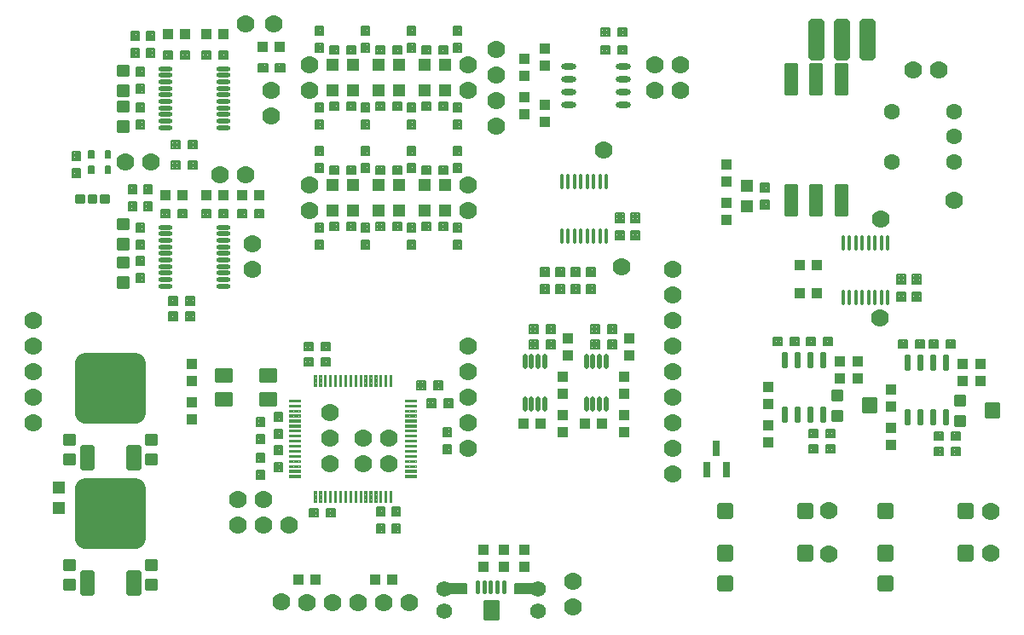
<source format=gts>
*
*
G04 PADS9.1 Build Number: 384028 generated Gerber (RS-274-X) file*
G04 PC Version=2.1*
*
%IN "PSDR_00BB.pcb"*%
*
%MOIN*%
*
%FSLAX35Y35*%
*
*
*
*
G04 PC Standard Apertures*
*
*
G04 Thermal Relief Aperture macro.*
%AMTER*
1,1,$1,0,0*
1,0,$1-$2,0,0*
21,0,$3,$4,0,0,45*
21,0,$3,$4,0,0,135*
%
*
*
G04 Annular Aperture macro.*
%AMANN*
1,1,$1,0,0*
1,0,$2,0,0*
%
*
*
G04 Odd Aperture macro.*
%AMODD*
1,1,$1,0,0*
1,0,$1-0.005,0,0*
%
*
*
G04 PC Custom Aperture Macros*
*
*
*
*
*
*
G04 PC Aperture Table*
*
%ADD010C,0.01*%
%ADD011C,0.008*%
%ADD013C,0.01575*%
%ADD014C,0.02362*%
%ADD042C,0.001*%
%ADD048C,0.07*%
%ADD053C,0.002*%
%ADD061C,0.07874*%
%ADD072C,0.062*%
%ADD084C,0.01102*%
%ADD089R,0.043X0.039*%
%ADD090R,0.048X0.048*%
%ADD094C,0.00394*%
%ADD096R,0.039X0.043*%
%ADD098R,0.026X0.059*%
%ADD104C,0.01181*%
%ADD106C,0.0063*%
%ADD146C,0.01417*%
%ADD147O,0.05709X0.017*%
%ADD148O,0.05906X0.02362*%
%ADD149C,0.032*%
%ADD150O,0.0175X0.05906*%
%ADD151O,0.01575X0.05906*%
%ADD152C,0.063*%
%ADD153C,0.02047*%
*
*
*
*
G04 PC Circuitry*
G04 Layer Name PSDR_00BB.pcb - circuitry*
%LPD*%
*
*
G04 PC Custom Flashes*
G04 Layer Name PSDR_00BB.pcb - flashes*
%LPD*%
*
*
G04 PC Circuitry*
G04 Layer Name PSDR_00BB.pcb - circuitry*
%LPD*%
*
G54D10*
G01X126001Y117000D02*
Y120800D01*
X129801*
Y117000*
X126001*
X129801*
X126001Y118000D02*
X129801D01*
X126001Y119000D02*
X129801D01*
X126001Y120000D02*
X129801D01*
X127000Y117000D02*
Y120800D01*
X128000Y117000D02*
Y120800D01*
X129000Y117000D02*
Y120800D01*
X126001Y124800D02*
Y128600D01*
X129801*
Y124800*
X126001*
Y125000D02*
X129801D01*
X126001Y126000D02*
X129801D01*
X126001Y127000D02*
X129801D01*
X126001Y128000D02*
X129801D01*
X127000Y124800D02*
Y128600D01*
X128000Y124800D02*
Y128600D01*
X129000Y124800D02*
Y128600D01*
X158001Y117000D02*
Y120800D01*
X161801*
Y117000*
X158001*
X161801*
X158001Y118000D02*
X161801D01*
X158001Y119000D02*
X161801D01*
X158001Y120000D02*
X161801D01*
X159000Y117000D02*
Y120800D01*
X160000Y117000D02*
Y120800D01*
X161000Y117000D02*
Y120800D01*
X158001Y124800D02*
Y128600D01*
X161801*
Y124800*
X158001*
Y125000D02*
X161801D01*
X158001Y126000D02*
X161801D01*
X158001Y127000D02*
X161801D01*
X158001Y128000D02*
X161801D01*
X159000Y124800D02*
Y128600D01*
X160000Y124800D02*
Y128600D01*
X161000Y124800D02*
Y128600D01*
X146901Y258100D02*
Y261900D01*
X150701*
Y258100*
X146901*
Y259000D02*
X150701D01*
X146901Y260000D02*
X150701D01*
X146901Y261000D02*
X150701D01*
X147000Y258100D02*
Y261900D01*
X148000Y258100D02*
Y261900D01*
X149000Y258100D02*
Y261900D01*
X150000Y258100D02*
Y261900D01*
X146901Y250300D02*
Y254100D01*
X150701*
Y250300*
X146901*
Y251000D02*
X150701D01*
X146901Y252000D02*
X150701D01*
X146901Y253000D02*
X150701D01*
X146901Y254000D02*
X150701D01*
X147000Y250300D02*
Y254100D01*
X148000Y250300D02*
Y254100D01*
X149000Y250300D02*
Y254100D01*
X150000Y250300D02*
Y254100D01*
X146901Y235300D02*
Y239100D01*
X150701*
Y235300*
X146901*
Y236000D02*
X150701D01*
X146901Y237000D02*
X150701D01*
X146901Y238000D02*
X150701D01*
X146901Y239000D02*
X150701D01*
X147000Y235300D02*
Y239100D01*
X148000Y235300D02*
Y239100D01*
X149000Y235300D02*
Y239100D01*
X150000Y235300D02*
Y239100D01*
X146901Y243100D02*
Y246900D01*
X150701*
Y243100*
X146901*
Y244000D02*
X150701D01*
X146901Y245000D02*
X150701D01*
X146901Y246000D02*
X150701D01*
X147000Y243100D02*
Y246900D01*
X148000Y243100D02*
Y246900D01*
X149000Y243100D02*
Y246900D01*
X150000Y243100D02*
Y246900D01*
X146901Y318100D02*
Y321900D01*
X150701*
Y318100*
X146901*
Y319000D02*
X150701D01*
X146901Y320000D02*
X150701D01*
X146901Y321000D02*
X150701D01*
X147000Y318100D02*
Y321900D01*
X148000Y318100D02*
Y321900D01*
X149000Y318100D02*
Y321900D01*
X150000Y318100D02*
Y321900D01*
X146901Y310300D02*
Y314100D01*
X150701*
Y310300*
X146901*
Y311000D02*
X150701D01*
X146901Y312000D02*
X150701D01*
X146901Y313000D02*
X150701D01*
X146901Y314000D02*
X150701D01*
X147000Y310300D02*
Y314100D01*
X148000Y310300D02*
Y314100D01*
X149000Y310300D02*
Y314100D01*
X150000Y310300D02*
Y314100D01*
X146901Y296300D02*
Y300100D01*
X150701*
Y296300*
X146901*
Y297000D02*
X150701D01*
X146901Y298000D02*
X150701D01*
X146901Y299000D02*
X150701D01*
X146901Y300000D02*
X150701D01*
X147000Y296300D02*
Y300100D01*
X148000Y296300D02*
Y300100D01*
X149000Y296300D02*
Y300100D01*
X150000Y296300D02*
Y300100D01*
X146901Y304100D02*
Y307900D01*
X150701*
Y304100*
X146901*
Y305000D02*
X150701D01*
X146901Y306000D02*
X150701D01*
X146901Y307000D02*
X150701D01*
X147000Y304100D02*
Y307900D01*
X148000Y304100D02*
Y307900D01*
X149000Y304100D02*
Y307900D01*
X150000Y304100D02*
Y307900D01*
X126001Y166000D02*
Y169800D01*
X129801*
Y166000*
X126001*
X129801*
X126001Y167000D02*
X129801D01*
X126001Y168000D02*
X129801D01*
X126001Y169000D02*
X129801D01*
X127000Y166000D02*
Y169800D01*
X128000Y166000D02*
Y169800D01*
X129000Y166000D02*
Y169800D01*
X126001Y173800D02*
Y177600D01*
X129801*
Y173800*
X126001*
Y174000D02*
X129801D01*
X126001Y175000D02*
X129801D01*
X126001Y176000D02*
X129801D01*
X126001Y177000D02*
X129801D01*
X127000Y173800D02*
Y177600D01*
X128000Y173800D02*
Y177600D01*
X129000Y173800D02*
Y177600D01*
X158001Y166000D02*
Y169800D01*
X161801*
Y166000*
X158001*
X161801*
X158001Y167000D02*
X161801D01*
X158001Y168000D02*
X161801D01*
X158001Y169000D02*
X161801D01*
X159000Y166000D02*
Y169800D01*
X160000Y166000D02*
Y169800D01*
X161000Y166000D02*
Y169800D01*
X158001Y173800D02*
Y177600D01*
X161801*
Y173800*
X158001*
Y174000D02*
X161801D01*
X158001Y175000D02*
X161801D01*
X158001Y176000D02*
X161801D01*
X158001Y177000D02*
X161801D01*
X159000Y173800D02*
Y177600D01*
X160000Y173800D02*
Y177600D01*
X161000Y173800D02*
Y177600D01*
X290171Y112443D02*
X295431D01*
Y105569*
X290171*
Y112443*
Y111867D02*
X295431D01*
X290171Y110967D02*
X295431D01*
X290171Y110067D02*
X295431D01*
X290171Y109167D02*
X295431D01*
X290171Y108267D02*
X295431D01*
X290171Y107367D02*
X295431D01*
X290171Y106467D02*
X295431D01*
G54D11*
X201251Y184200D02*
X204351D01*
Y180700*
X201251*
Y184200*
Y180800D02*
X204351D01*
X201251Y181600D02*
X204351D01*
X201251Y182400D02*
X204351D01*
X201251Y183200D02*
X204351D01*
X201251Y184000D02*
X204351D01*
X201600Y180700D02*
Y184200D01*
X202400Y180700D02*
Y184200D01*
X203200Y180700D02*
Y184200D01*
X204000Y180700D02*
Y184200D01*
X201251Y177500D02*
X204351D01*
Y174000*
X201251*
Y177500*
Y174400D02*
X204351D01*
X201251Y175200D02*
X204351D01*
X201251Y176000D02*
X204351D01*
X201251Y176800D02*
X204351D01*
X201600Y174000D02*
Y177500D01*
X202400Y174000D02*
Y177500D01*
X203200Y174000D02*
Y177500D01*
X204000Y174000D02*
Y177500D01*
X208251Y186200D02*
X211351D01*
Y182700*
X208251*
Y186200*
Y183200D02*
X211351D01*
X208251Y184000D02*
X211351D01*
X208251Y184800D02*
X211351D01*
X208251Y185600D02*
X211351D01*
X208800Y182700D02*
Y186200D01*
X209600Y182700D02*
Y186200D01*
X210400Y182700D02*
Y186200D01*
X211200Y182700D02*
Y186200D01*
X208251Y179500D02*
X211351D01*
Y176000*
X208251*
Y179500*
Y176000D02*
X211351D01*
X208251Y176800D02*
X211351D01*
X208251Y177600D02*
X211351D01*
X208251Y178400D02*
X211351D01*
X208251Y179200D02*
X211351D01*
X208800Y176000D02*
Y179500D01*
X209600Y176000D02*
Y179500D01*
X210400Y176000D02*
Y179500D01*
X211200Y176000D02*
Y179500D01*
X179701Y324550D02*
Y327650D01*
X183201*
Y324550*
X179701*
Y324800D02*
X183201D01*
X179701Y325600D02*
X183201D01*
X179701Y326400D02*
X183201D01*
X179701Y327200D02*
X183201D01*
X180000Y324550D02*
Y327650D01*
X180800Y324550D02*
Y327650D01*
X181600Y324550D02*
Y327650D01*
X182400Y324550D02*
Y327650D01*
X183200Y324550D02*
Y327650D01*
X186401Y324550D02*
Y327650D01*
X189901*
Y324550*
X186401*
Y324800D02*
X189901D01*
X186401Y325600D02*
X189901D01*
X186401Y326400D02*
X189901D01*
X186401Y327200D02*
X189901D01*
X187200Y324550D02*
Y327650D01*
X188000Y324550D02*
Y327650D01*
X188800Y324550D02*
Y327650D01*
X189600Y324550D02*
Y327650D01*
X212100Y322550D02*
Y319450D01*
X208600*
Y322550*
X212100*
X208600Y320000D02*
X212100D01*
X208600Y320800D02*
X212100D01*
X208600Y321600D02*
X212100D01*
X208600Y322400D02*
X212100D01*
X208800Y319450D02*
Y322550D01*
X209600Y319450D02*
Y322550D01*
X210400Y319450D02*
Y322550D01*
X211200Y319450D02*
Y322550D01*
X212000Y319450D02*
Y322550D01*
X205400D02*
Y319450D01*
X201900*
Y322550*
X205400*
X201900Y320000D02*
X205400D01*
X201900Y320800D02*
X205400D01*
X201900Y321600D02*
X205400D01*
X201900Y322400D02*
X205400D01*
X202400Y319450D02*
Y322550D01*
X203200Y319450D02*
Y322550D01*
X204000Y319450D02*
Y322550D01*
X204800Y319450D02*
Y322550D01*
X179701Y262550D02*
Y265650D01*
X183201*
Y262550*
X179701*
Y263200D02*
X183201D01*
X179701Y264000D02*
X183201D01*
X179701Y264800D02*
X183201D01*
X179701Y265600D02*
X183201D01*
X180000Y262550D02*
Y265650D01*
X180800Y262550D02*
Y265650D01*
X181600Y262550D02*
Y265650D01*
X182400Y262550D02*
Y265650D01*
X183200Y262550D02*
Y265650D01*
X186401Y262550D02*
Y265650D01*
X189901*
Y262550*
X186401*
Y263200D02*
X189901D01*
X186401Y264000D02*
X189901D01*
X186401Y264800D02*
X189901D01*
X186401Y265600D02*
X189901D01*
X187200Y262550D02*
Y265650D01*
X188000Y262550D02*
Y265650D01*
X188800Y262550D02*
Y265650D01*
X189600Y262550D02*
Y265650D01*
X203901D02*
Y262550D01*
X200401*
Y265650*
X203901*
X200401Y263200D02*
X203901D01*
X200401Y264000D02*
X203901D01*
X200401Y264800D02*
X203901D01*
X200401Y265600D02*
X203901D01*
X200800Y262550D02*
Y265650D01*
X201600Y262550D02*
Y265650D01*
X202400Y262550D02*
Y265650D01*
X203200Y262550D02*
Y265650D01*
X197201D02*
Y262550D01*
X193701*
Y265650*
X197201*
X193701Y263200D02*
X197201D01*
X193701Y264000D02*
X197201D01*
X193701Y264800D02*
X197201D01*
X193701Y265600D02*
X197201D01*
X194400Y262550D02*
Y265650D01*
X195200Y262550D02*
Y265650D01*
X196000Y262550D02*
Y265650D01*
X196800Y262550D02*
Y265650D01*
X224251Y307200D02*
X227351D01*
Y303700*
X224251*
Y307200*
Y304000D02*
X227351D01*
X224251Y304800D02*
X227351D01*
X224251Y305600D02*
X227351D01*
X224251Y306400D02*
X227351D01*
X224251Y307200D02*
X227351D01*
X224800Y303700D02*
Y307200D01*
X225600Y303700D02*
Y307200D01*
X226400Y303700D02*
Y307200D01*
X227200Y303700D02*
Y307200D01*
X224251Y300500D02*
X227351D01*
Y297000*
X224251*
Y300500*
Y297600D02*
X227351D01*
X224251Y298400D02*
X227351D01*
X224251Y299200D02*
X227351D01*
X224251Y300000D02*
X227351D01*
X224800Y297000D02*
Y300500D01*
X225600Y297000D02*
Y300500D01*
X226400Y297000D02*
Y300500D01*
X227200Y297000D02*
Y300500D01*
X242251Y307200D02*
X245351D01*
Y303700*
X242251*
Y307200*
Y304000D02*
X245351D01*
X242251Y304800D02*
X245351D01*
X242251Y305600D02*
X245351D01*
X242251Y306400D02*
X245351D01*
X242251Y307200D02*
X245351D01*
X242400Y303700D02*
Y307200D01*
X243200Y303700D02*
Y307200D01*
X244000Y303700D02*
Y307200D01*
X244800Y303700D02*
Y307200D01*
X242251Y300500D02*
X245351D01*
Y297000*
X242251*
Y300500*
Y297600D02*
X245351D01*
X242251Y298400D02*
X245351D01*
X242251Y299200D02*
X245351D01*
X242251Y300000D02*
X245351D01*
X242400Y297000D02*
Y300500D01*
X243200Y297000D02*
Y300500D01*
X244000Y297000D02*
Y300500D01*
X244800Y297000D02*
Y300500D01*
X260251Y307200D02*
X263351D01*
Y303700*
X260251*
Y307200*
Y304000D02*
X263351D01*
X260251Y304800D02*
X263351D01*
X260251Y305600D02*
X263351D01*
X260251Y306400D02*
X263351D01*
X260251Y307200D02*
X263351D01*
X260800Y303700D02*
Y307200D01*
X261600Y303700D02*
Y307200D01*
X262400Y303700D02*
Y307200D01*
X263200Y303700D02*
Y307200D01*
X260251Y300500D02*
X263351D01*
Y297000*
X260251*
Y300500*
Y297600D02*
X263351D01*
X260251Y298400D02*
X263351D01*
X260251Y299200D02*
X263351D01*
X260251Y300000D02*
X263351D01*
X260800Y297000D02*
Y300500D01*
X261600Y297000D02*
Y300500D01*
X262400Y297000D02*
Y300500D01*
X263200Y297000D02*
Y300500D01*
X278251Y307200D02*
X281351D01*
Y303700*
X278251*
Y307200*
Y304000D02*
X281351D01*
X278251Y304800D02*
X281351D01*
X278251Y305600D02*
X281351D01*
X278251Y306400D02*
X281351D01*
X278251Y307200D02*
X281351D01*
X278400Y303700D02*
Y307200D01*
X279200Y303700D02*
Y307200D01*
X280000Y303700D02*
Y307200D01*
X280800Y303700D02*
Y307200D01*
X278251Y300500D02*
X281351D01*
Y297000*
X278251*
Y300500*
Y297600D02*
X281351D01*
X278251Y298400D02*
X281351D01*
X278251Y299200D02*
X281351D01*
X278251Y300000D02*
X281351D01*
X278400Y297000D02*
Y300500D01*
X279200Y297000D02*
Y300500D01*
X280000Y297000D02*
Y300500D01*
X280800Y297000D02*
Y300500D01*
X229701Y304550D02*
Y307650D01*
X233201*
Y304550*
X229701*
Y304800D02*
X233201D01*
X229701Y305600D02*
X233201D01*
X229701Y306400D02*
X233201D01*
X229701Y307200D02*
X233201D01*
X230400Y304550D02*
Y307650D01*
X231200Y304550D02*
Y307650D01*
X232000Y304550D02*
Y307650D01*
X232800Y304550D02*
Y307650D01*
X236401Y304550D02*
Y307650D01*
X239901*
Y304550*
X236401*
Y304800D02*
X239901D01*
X236401Y305600D02*
X239901D01*
X236401Y306400D02*
X239901D01*
X236401Y307200D02*
X239901D01*
X236800Y304550D02*
Y307650D01*
X237600Y304550D02*
Y307650D01*
X238400Y304550D02*
Y307650D01*
X239200Y304550D02*
Y307650D01*
X247701Y304550D02*
Y307650D01*
X251201*
Y304550*
X247701*
Y304800D02*
X251201D01*
X247701Y305600D02*
X251201D01*
X247701Y306400D02*
X251201D01*
X247701Y307200D02*
X251201D01*
X248000Y304550D02*
Y307650D01*
X248800Y304550D02*
Y307650D01*
X249600Y304550D02*
Y307650D01*
X250400Y304550D02*
Y307650D01*
X251200Y304550D02*
Y307650D01*
X254401Y304550D02*
Y307650D01*
X257901*
Y304550*
X254401*
Y304800D02*
X257901D01*
X254401Y305600D02*
X257901D01*
X254401Y306400D02*
X257901D01*
X254401Y307200D02*
X257901D01*
X255200Y304550D02*
Y307650D01*
X256000Y304550D02*
Y307650D01*
X256800Y304550D02*
Y307650D01*
X257600Y304550D02*
Y307650D01*
X265701Y304550D02*
Y307650D01*
X269201*
Y304550*
X265701*
Y304800D02*
X269201D01*
X265701Y305600D02*
X269201D01*
X265701Y306400D02*
X269201D01*
X265701Y307200D02*
X269201D01*
X266400Y304550D02*
Y307650D01*
X267200Y304550D02*
Y307650D01*
X268000Y304550D02*
Y307650D01*
X268800Y304550D02*
Y307650D01*
X272401Y304550D02*
Y307650D01*
X275901*
Y304550*
X272401*
Y304800D02*
X275901D01*
X272401Y305600D02*
X275901D01*
X272401Y306400D02*
X275901D01*
X272401Y307200D02*
X275901D01*
X272800Y304550D02*
Y307650D01*
X273600Y304550D02*
Y307650D01*
X274400Y304550D02*
Y307650D01*
X275200Y304550D02*
Y307650D01*
X281351Y327000D02*
X278251D01*
Y330500*
X281351*
Y327000*
X278251Y327200D02*
X281351D01*
X278251Y328000D02*
X281351D01*
X278251Y328800D02*
X281351D01*
X278251Y329600D02*
X281351D01*
X278251Y330400D02*
X281351D01*
X278400Y327000D02*
Y330500D01*
X279200Y327000D02*
Y330500D01*
X280000Y327000D02*
Y330500D01*
X280800Y327000D02*
Y330500D01*
X281351Y333700D02*
X278251D01*
Y337200*
X281351*
Y333700*
X278251Y334400D02*
X281351D01*
X278251Y335200D02*
X281351D01*
X278251Y336000D02*
X281351D01*
X278251Y336800D02*
X281351D01*
X278400Y333700D02*
Y337200D01*
X279200Y333700D02*
Y337200D01*
X280000Y333700D02*
Y337200D01*
X280800Y333700D02*
Y337200D01*
X245351Y327000D02*
X242251D01*
Y330500*
X245351*
Y327000*
X242251Y327200D02*
X245351D01*
X242251Y328000D02*
X245351D01*
X242251Y328800D02*
X245351D01*
X242251Y329600D02*
X245351D01*
X242251Y330400D02*
X245351D01*
X242400Y327000D02*
Y330500D01*
X243200Y327000D02*
Y330500D01*
X244000Y327000D02*
Y330500D01*
X244800Y327000D02*
Y330500D01*
X245351Y333700D02*
X242251D01*
Y337200*
X245351*
Y333700*
X242251Y334400D02*
X245351D01*
X242251Y335200D02*
X245351D01*
X242251Y336000D02*
X245351D01*
X242251Y336800D02*
X245351D01*
X242400Y333700D02*
Y337200D01*
X243200Y333700D02*
Y337200D01*
X244000Y333700D02*
Y337200D01*
X244800Y333700D02*
Y337200D01*
X350751Y253800D02*
X347651D01*
Y257300*
X350751*
Y253800*
X347651Y254400D02*
X350751D01*
X347651Y255200D02*
X350751D01*
X347651Y256000D02*
X350751D01*
X347651Y256800D02*
X350751D01*
X348000Y253800D02*
Y257300D01*
X348800Y253800D02*
Y257300D01*
X349600Y253800D02*
Y257300D01*
X350400Y253800D02*
Y257300D01*
X350751Y260500D02*
X347651D01*
Y264000*
X350751*
Y260500*
X347651Y260800D02*
X350751D01*
X347651Y261600D02*
X350751D01*
X347651Y262400D02*
X350751D01*
X347651Y263200D02*
X350751D01*
X347651Y264000D02*
X350751D01*
X348000Y260500D02*
Y264000D01*
X348800Y260500D02*
Y264000D01*
X349600Y260500D02*
Y264000D01*
X350400Y260500D02*
Y264000D01*
X460751Y229800D02*
X457651D01*
Y233300*
X460751*
Y229800*
X457651Y230400D02*
X460751D01*
X457651Y231200D02*
X460751D01*
X457651Y232000D02*
X460751D01*
X457651Y232800D02*
X460751D01*
X458400Y229800D02*
Y233300D01*
X459200Y229800D02*
Y233300D01*
X460000Y229800D02*
Y233300D01*
X460751Y236500D02*
X457651D01*
Y240000*
X460751*
Y236500*
X457651Y236800D02*
X460751D01*
X457651Y237600D02*
X460751D01*
X457651Y238400D02*
X460751D01*
X457651Y239200D02*
X460751D01*
X457651Y240000D02*
X460751D01*
X458400Y236500D02*
Y240000D01*
X459200Y236500D02*
Y240000D01*
X460000Y236500D02*
Y240000D01*
X177901Y292650D02*
Y289550D01*
X174401*
Y292650*
X177901*
X174401Y289600D02*
X177901D01*
X174401Y290400D02*
X177901D01*
X174401Y291200D02*
X177901D01*
X174401Y292000D02*
X177901D01*
X175200Y289550D02*
Y292650D01*
X176000Y289550D02*
Y292650D01*
X176800Y289550D02*
Y292650D01*
X177600Y289550D02*
Y292650D01*
X171201D02*
Y289550D01*
X167701*
Y292650*
X171201*
X167701Y289600D02*
X171201D01*
X167701Y290400D02*
X171201D01*
X167701Y291200D02*
X171201D01*
X167701Y292000D02*
X171201D01*
X168000Y289550D02*
Y292650D01*
X168800Y289550D02*
Y292650D01*
X169600Y289550D02*
Y292650D01*
X170400Y289550D02*
Y292650D01*
X171200Y289550D02*
Y292650D01*
X166801Y228250D02*
Y231350D01*
X170301*
Y228250*
X166801*
Y228800D02*
X170301D01*
X166801Y229600D02*
X170301D01*
X166801Y230400D02*
X170301D01*
X166801Y231200D02*
X170301D01*
X167200Y228250D02*
Y231350D01*
X168000Y228250D02*
Y231350D01*
X168800Y228250D02*
Y231350D01*
X169600Y228250D02*
Y231350D01*
X173501Y228250D02*
Y231350D01*
X177001*
Y228250*
X173501*
Y228800D02*
X177001D01*
X173501Y229600D02*
X177001D01*
X173501Y230400D02*
X177001D01*
X173501Y231200D02*
X177001D01*
X173600Y228250D02*
Y231350D01*
X174400Y228250D02*
Y231350D01*
X175200Y228250D02*
Y231350D01*
X176000Y228250D02*
Y231350D01*
X176800Y228250D02*
Y231350D01*
X154251Y321200D02*
X157351D01*
Y317700*
X154251*
Y321200*
Y318400D02*
X157351D01*
X154251Y319200D02*
X157351D01*
X154251Y320000D02*
X157351D01*
X154251Y320800D02*
X157351D01*
X154400Y317700D02*
Y321200D01*
X155200Y317700D02*
Y321200D01*
X156000Y317700D02*
Y321200D01*
X156800Y317700D02*
Y321200D01*
X154251Y314500D02*
X157351D01*
Y311000*
X154251*
Y314500*
Y311200D02*
X157351D01*
X154251Y312000D02*
X157351D01*
X154251Y312800D02*
X157351D01*
X154251Y313600D02*
X157351D01*
X154251Y314400D02*
X157351D01*
X154400Y311000D02*
Y314500D01*
X155200Y311000D02*
Y314500D01*
X156000Y311000D02*
Y314500D01*
X156800Y311000D02*
Y314500D01*
X277351Y170000D02*
X274251D01*
Y173500*
X277351*
Y170000*
X274251Y170400D02*
X277351D01*
X274251Y171200D02*
X277351D01*
X274251Y172000D02*
X277351D01*
X274251Y172800D02*
X277351D01*
X274400Y170000D02*
Y173500D01*
X275200Y170000D02*
Y173500D01*
X276000Y170000D02*
Y173500D01*
X276800Y170000D02*
Y173500D01*
X277351Y176700D02*
X274251D01*
Y180200*
X277351*
Y176700*
X274251Y176800D02*
X277351D01*
X274251Y177600D02*
X277351D01*
X274251Y178400D02*
X277351D01*
X274251Y179200D02*
X277351D01*
X274251Y180000D02*
X277351D01*
X274400Y176700D02*
Y180200D01*
X275200Y176700D02*
Y180200D01*
X276000Y176700D02*
Y180200D01*
X276800Y176700D02*
Y180200D01*
X157351Y297000D02*
X154251D01*
Y300500*
X157351*
Y297000*
X154251Y297600D02*
X157351D01*
X154251Y298400D02*
X157351D01*
X154251Y299200D02*
X157351D01*
X154251Y300000D02*
X157351D01*
X154400Y297000D02*
Y300500D01*
X155200Y297000D02*
Y300500D01*
X156000Y297000D02*
Y300500D01*
X156800Y297000D02*
Y300500D01*
X157351Y303700D02*
X154251D01*
Y307200*
X157351*
Y303700*
X154251Y304000D02*
X157351D01*
X154251Y304800D02*
X157351D01*
X154251Y305600D02*
X157351D01*
X154251Y306400D02*
X157351D01*
X154251Y307200D02*
X157351D01*
X154400Y303700D02*
Y307200D01*
X155200Y303700D02*
Y307200D01*
X156000Y303700D02*
Y307200D01*
X156800Y303700D02*
Y307200D01*
X417101Y170350D02*
Y173450D01*
X420601*
Y170350*
X417101*
Y170400D02*
X420601D01*
X417101Y171200D02*
X420601D01*
X417101Y172000D02*
X420601D01*
X417101Y172800D02*
X420601D01*
X417600Y170350D02*
Y173450D01*
X418400Y170350D02*
Y173450D01*
X419200Y170350D02*
Y173450D01*
X420000Y170350D02*
Y173450D01*
X423801Y170350D02*
Y173450D01*
X427301*
Y170350*
X423801*
Y170400D02*
X427301D01*
X423801Y171200D02*
X427301D01*
X423801Y172000D02*
X427301D01*
X423801Y172800D02*
X427301D01*
X424000Y170350D02*
Y173450D01*
X424800Y170350D02*
Y173450D01*
X425600Y170350D02*
Y173450D01*
X426400Y170350D02*
Y173450D01*
X427200Y170350D02*
Y173450D01*
X417101Y176350D02*
Y179450D01*
X420601*
Y176350*
X417101*
Y176800D02*
X420601D01*
X417101Y177600D02*
X420601D01*
X417101Y178400D02*
X420601D01*
X417101Y179200D02*
X420601D01*
X417600Y176350D02*
Y179450D01*
X418400Y176350D02*
Y179450D01*
X419200Y176350D02*
Y179450D01*
X420000Y176350D02*
Y179450D01*
X423801Y176350D02*
Y179450D01*
X427301*
Y176350*
X423801*
Y176800D02*
X427301D01*
X423801Y177600D02*
X427301D01*
X423801Y178400D02*
X427301D01*
X423801Y179200D02*
X427301D01*
X424000Y176350D02*
Y179450D01*
X424800Y176350D02*
Y179450D01*
X425600Y176350D02*
Y179450D01*
X426400Y176350D02*
Y179450D01*
X427200Y176350D02*
Y179450D01*
X466101Y169350D02*
Y172450D01*
X469601*
Y169350*
X466101*
Y169600D02*
X469601D01*
X466101Y170400D02*
X469601D01*
X466101Y171200D02*
X469601D01*
X466101Y172000D02*
X469601D01*
X466400Y169350D02*
Y172450D01*
X467200Y169350D02*
Y172450D01*
X468000Y169350D02*
Y172450D01*
X468800Y169350D02*
Y172450D01*
X469600Y169350D02*
Y172450D01*
X472801Y169350D02*
Y172450D01*
X476301*
Y169350*
X472801*
Y169600D02*
X476301D01*
X472801Y170400D02*
X476301D01*
X472801Y171200D02*
X476301D01*
X472801Y172000D02*
X476301D01*
X473600Y169350D02*
Y172450D01*
X474400Y169350D02*
Y172450D01*
X475200Y169350D02*
Y172450D01*
X476000Y169350D02*
Y172450D01*
X466101Y175350D02*
Y178450D01*
X469601*
Y175350*
X466101*
Y176000D02*
X469601D01*
X466101Y176800D02*
X469601D01*
X466101Y177600D02*
X469601D01*
X466101Y178400D02*
X469601D01*
X466400Y175350D02*
Y178450D01*
X467200Y175350D02*
Y178450D01*
X468000Y175350D02*
Y178450D01*
X468800Y175350D02*
Y178450D01*
X469600Y175350D02*
Y178450D01*
X472801Y175350D02*
Y178450D01*
X476301*
Y175350*
X472801*
Y176000D02*
X476301D01*
X472801Y176800D02*
X476301D01*
X472801Y177600D02*
X476301D01*
X472801Y178400D02*
X476301D01*
X473600Y175350D02*
Y178450D01*
X474400Y175350D02*
Y178450D01*
X475200Y175350D02*
Y178450D01*
X476000Y175350D02*
Y178450D01*
X174901Y327650D02*
Y324550D01*
X171401*
Y327650*
X174901*
X171401Y324800D02*
X174901D01*
X171401Y325600D02*
X174901D01*
X171401Y326400D02*
X174901D01*
X171401Y327200D02*
X174901D01*
X172000Y324550D02*
Y327650D01*
X172800Y324550D02*
Y327650D01*
X173600Y324550D02*
Y327650D01*
X174400Y324550D02*
Y327650D01*
X168201D02*
Y324550D01*
X164701*
Y327650*
X168201*
X164701Y324800D02*
X168201D01*
X164701Y325600D02*
X168201D01*
X164701Y326400D02*
X168201D01*
X164701Y327200D02*
X168201D01*
X164800Y324550D02*
Y327650D01*
X165600Y324550D02*
Y327650D01*
X166400Y324550D02*
Y327650D01*
X167200Y324550D02*
Y327650D01*
X168000Y324550D02*
Y327650D01*
X158251Y335200D02*
X161351D01*
Y331700*
X158251*
Y335200*
Y332000D02*
X161351D01*
X158251Y332800D02*
X161351D01*
X158251Y333600D02*
X161351D01*
X158251Y334400D02*
X161351D01*
X158251Y335200D02*
X161351D01*
X158400Y331700D02*
Y335200D01*
X159200Y331700D02*
Y335200D01*
X160000Y331700D02*
Y335200D01*
X160800Y331700D02*
Y335200D01*
X158251Y328500D02*
X161351D01*
Y325000*
X158251*
Y328500*
Y325600D02*
X161351D01*
X158251Y326400D02*
X161351D01*
X158251Y327200D02*
X161351D01*
X158251Y328000D02*
X161351D01*
X158400Y325000D02*
Y328500D01*
X159200Y325000D02*
Y328500D01*
X160000Y325000D02*
Y328500D01*
X160800Y325000D02*
Y328500D01*
X177901Y284650D02*
Y281550D01*
X174401*
Y284650*
X177901*
X174401Y281600D02*
X177901D01*
X174401Y282400D02*
X177901D01*
X174401Y283200D02*
X177901D01*
X174401Y284000D02*
X177901D01*
X175200Y281550D02*
Y284650D01*
X176000Y281550D02*
Y284650D01*
X176800Y281550D02*
Y284650D01*
X177600Y281550D02*
Y284650D01*
X171201D02*
Y281550D01*
X167701*
Y284650*
X171201*
X167701Y281600D02*
X171201D01*
X167701Y282400D02*
X171201D01*
X167701Y283200D02*
X171201D01*
X167701Y284000D02*
X171201D01*
X168000Y281550D02*
Y284650D01*
X168800Y281550D02*
Y284650D01*
X169600Y281550D02*
Y284650D01*
X170400Y281550D02*
Y284650D01*
X171200Y281550D02*
Y284650D01*
X154251Y260200D02*
X157351D01*
Y256700*
X154251*
Y260200*
Y256800D02*
X157351D01*
X154251Y257600D02*
X157351D01*
X154251Y258400D02*
X157351D01*
X154251Y259200D02*
X157351D01*
X154251Y260000D02*
X157351D01*
X154400Y256700D02*
Y260200D01*
X155200Y256700D02*
Y260200D01*
X156000Y256700D02*
Y260200D01*
X156800Y256700D02*
Y260200D01*
X154251Y253500D02*
X157351D01*
Y250000*
X154251*
Y253500*
Y250400D02*
X157351D01*
X154251Y251200D02*
X157351D01*
X154251Y252000D02*
X157351D01*
X154251Y252800D02*
X157351D01*
X154400Y250000D02*
Y253500D01*
X155200Y250000D02*
Y253500D01*
X156000Y250000D02*
Y253500D01*
X156800Y250000D02*
Y253500D01*
X157351Y237000D02*
X154251D01*
Y240500*
X157351*
Y237000*
X154251Y237600D02*
X157351D01*
X154251Y238400D02*
X157351D01*
X154251Y239200D02*
X157351D01*
X154251Y240000D02*
X157351D01*
X154400Y237000D02*
Y240500D01*
X155200Y237000D02*
Y240500D01*
X156000Y237000D02*
Y240500D01*
X156800Y237000D02*
Y240500D01*
X157351Y243700D02*
X154251D01*
Y247200*
X157351*
Y243700*
X154251Y244000D02*
X157351D01*
X154251Y244800D02*
X157351D01*
X154251Y245600D02*
X157351D01*
X154251Y246400D02*
X157351D01*
X154251Y247200D02*
X157351D01*
X154400Y243700D02*
Y247200D01*
X155200Y243700D02*
Y247200D01*
X156000Y243700D02*
Y247200D01*
X156800Y243700D02*
Y247200D01*
X166801Y222250D02*
Y225350D01*
X170301*
Y222250*
X166801*
Y222400D02*
X170301D01*
X166801Y223200D02*
X170301D01*
X166801Y224000D02*
X170301D01*
X166801Y224800D02*
X170301D01*
X167200Y222250D02*
Y225350D01*
X168000Y222250D02*
Y225350D01*
X168800Y222250D02*
Y225350D01*
X169600Y222250D02*
Y225350D01*
X173501Y222250D02*
Y225350D01*
X177001*
Y222250*
X173501*
Y222400D02*
X177001D01*
X173501Y223200D02*
X177001D01*
X173501Y224000D02*
X177001D01*
X173501Y224800D02*
X177001D01*
X173600Y222250D02*
Y225350D01*
X174400Y222250D02*
Y225350D01*
X175200Y222250D02*
Y225350D01*
X176000Y222250D02*
Y225350D01*
X176800Y222250D02*
Y225350D01*
X173901Y265650D02*
Y262550D01*
X170401*
Y265650*
X173901*
X170401Y263200D02*
X173901D01*
X170401Y264000D02*
X173901D01*
X170401Y264800D02*
X173901D01*
X170401Y265600D02*
X173901D01*
X171200Y262550D02*
Y265650D01*
X172000Y262550D02*
Y265650D01*
X172800Y262550D02*
Y265650D01*
X173600Y262550D02*
Y265650D01*
X167201D02*
Y262550D01*
X163701*
Y265650*
X167201*
X163701Y263200D02*
X167201D01*
X163701Y264000D02*
X167201D01*
X163701Y264800D02*
X167201D01*
X163701Y265600D02*
X167201D01*
X164000Y262550D02*
Y265650D01*
X164800Y262550D02*
Y265650D01*
X165600Y262550D02*
Y265650D01*
X166400Y262550D02*
Y265650D01*
X167200Y262550D02*
Y265650D01*
X157251Y275200D02*
X160351D01*
Y271700*
X157251*
Y275200*
Y272000D02*
X160351D01*
X157251Y272800D02*
X160351D01*
X157251Y273600D02*
X160351D01*
X157251Y274400D02*
X160351D01*
X157251Y275200D02*
X160351D01*
X157600Y271700D02*
Y275200D01*
X158400Y271700D02*
Y275200D01*
X159200Y271700D02*
Y275200D01*
X160000Y271700D02*
Y275200D01*
X157251Y268500D02*
X160351D01*
Y265000*
X157251*
Y268500*
Y265600D02*
X160351D01*
X157251Y266400D02*
X160351D01*
X157251Y267200D02*
X160351D01*
X157251Y268000D02*
X160351D01*
X157600Y265000D02*
Y268500D01*
X158400Y265000D02*
Y268500D01*
X159200Y265000D02*
Y268500D01*
X160000Y265000D02*
Y268500D01*
X345901Y336650D02*
Y333550D01*
X342401*
Y336650*
X345901*
X342401Y333600D02*
X345901D01*
X342401Y334400D02*
X345901D01*
X342401Y335200D02*
X345901D01*
X342401Y336000D02*
X345901D01*
X343200Y333550D02*
Y336650D01*
X344000Y333550D02*
Y336650D01*
X344800Y333550D02*
Y336650D01*
X345600Y333550D02*
Y336650D01*
X339201D02*
Y333550D01*
X335701*
Y336650*
X339201*
X335701Y333600D02*
X339201D01*
X335701Y334400D02*
X339201D01*
X335701Y335200D02*
X339201D01*
X335701Y336000D02*
X339201D01*
X336000Y333550D02*
Y336650D01*
X336800Y333550D02*
Y336650D01*
X337600Y333550D02*
Y336650D01*
X338400Y333550D02*
Y336650D01*
X339200Y333550D02*
Y336650D01*
X219701Y204550D02*
Y207650D01*
X223201*
Y204550*
X219701*
Y204800D02*
X223201D01*
X219701Y205600D02*
X223201D01*
X219701Y206400D02*
X223201D01*
X219701Y207200D02*
X223201D01*
X220000Y204550D02*
Y207650D01*
X220800Y204550D02*
Y207650D01*
X221600Y204550D02*
Y207650D01*
X222400Y204550D02*
Y207650D01*
X223200Y204550D02*
Y207650D01*
X226401Y204550D02*
Y207650D01*
X229901*
Y204550*
X226401*
Y204800D02*
X229901D01*
X226401Y205600D02*
X229901D01*
X226401Y206400D02*
X229901D01*
X226401Y207200D02*
X229901D01*
X227200Y204550D02*
Y207650D01*
X228000Y204550D02*
Y207650D01*
X228800Y204550D02*
Y207650D01*
X229600Y204550D02*
Y207650D01*
X454751Y229800D02*
X451651D01*
Y233300*
X454751*
Y229800*
X451651Y230400D02*
X454751D01*
X451651Y231200D02*
X454751D01*
X451651Y232000D02*
X454751D01*
X451651Y232800D02*
X454751D01*
X452000Y229800D02*
Y233300D01*
X452800Y229800D02*
Y233300D01*
X453600Y229800D02*
Y233300D01*
X454400Y229800D02*
Y233300D01*
X454751Y236500D02*
X451651D01*
Y240000*
X454751*
Y236500*
X451651Y236800D02*
X454751D01*
X451651Y237600D02*
X454751D01*
X451651Y238400D02*
X454751D01*
X451651Y239200D02*
X454751D01*
X451651Y240000D02*
X454751D01*
X452000Y236500D02*
Y240000D01*
X452800Y236500D02*
Y240000D01*
X453600Y236500D02*
Y240000D01*
X454400Y236500D02*
Y240000D01*
X344751Y253800D02*
X341651D01*
Y257300*
X344751*
Y253800*
X341651Y254400D02*
X344751D01*
X341651Y255200D02*
X344751D01*
X341651Y256000D02*
X344751D01*
X341651Y256800D02*
X344751D01*
X342400Y253800D02*
Y257300D01*
X343200Y253800D02*
Y257300D01*
X344000Y253800D02*
Y257300D01*
X344751Y260500D02*
X341651D01*
Y264000*
X344751*
Y260500*
X341651Y260800D02*
X344751D01*
X341651Y261600D02*
X344751D01*
X341651Y262400D02*
X344751D01*
X341651Y263200D02*
X344751D01*
X341651Y264000D02*
X344751D01*
X342400Y260500D02*
Y264000D01*
X343200Y260500D02*
Y264000D01*
X344000Y260500D02*
Y264000D01*
X263801Y195250D02*
Y198350D01*
X267301*
Y195250*
X263801*
Y196000D02*
X267301D01*
X263801Y196800D02*
X267301D01*
X263801Y197600D02*
X267301D01*
X264000Y195250D02*
Y198350D01*
X264800Y195250D02*
Y198350D01*
X265600Y195250D02*
Y198350D01*
X266400Y195250D02*
Y198350D01*
X267200Y195250D02*
Y198350D01*
X270501Y195250D02*
Y198350D01*
X274001*
Y195250*
X270501*
Y196000D02*
X274001D01*
X270501Y196800D02*
X274001D01*
X270501Y197600D02*
X274001D01*
X271200Y195250D02*
Y198350D01*
X272000Y195250D02*
Y198350D01*
X272800Y195250D02*
Y198350D01*
X273600Y195250D02*
Y198350D01*
X129251Y288200D02*
X132351D01*
Y284700*
X129251*
Y288200*
Y284800D02*
X132351D01*
X129251Y285600D02*
X132351D01*
X129251Y286400D02*
X132351D01*
X129251Y287200D02*
X132351D01*
X129251Y288000D02*
X132351D01*
X129600Y284700D02*
Y288200D01*
X130400Y284700D02*
Y288200D01*
X131200Y284700D02*
Y288200D01*
X132000Y284700D02*
Y288200D01*
X129251Y281500D02*
X132351D01*
Y278000*
X129251*
Y281500*
Y278400D02*
X132351D01*
X129251Y279200D02*
X132351D01*
X129251Y280000D02*
X132351D01*
X129251Y280800D02*
X132351D01*
X129600Y278000D02*
Y281500D01*
X130400Y278000D02*
Y281500D01*
X131200Y278000D02*
Y281500D01*
X132000Y278000D02*
Y281500D01*
X474301Y214450D02*
Y211350D01*
X470801*
Y214450*
X474301*
X470801Y212000D02*
X474301D01*
X470801Y212800D02*
X474301D01*
X470801Y213600D02*
X474301D01*
X470801Y214400D02*
X474301D01*
X471200Y211350D02*
Y214450D01*
X472000Y211350D02*
Y214450D01*
X472800Y211350D02*
Y214450D01*
X473600Y211350D02*
Y214450D01*
X467601D02*
Y211350D01*
X464101*
Y214450*
X467601*
X464101Y212000D02*
X467601D01*
X464101Y212800D02*
X467601D01*
X464101Y213600D02*
X467601D01*
X464101Y214400D02*
X467601D01*
X464800Y211350D02*
Y214450D01*
X465600Y211350D02*
Y214450D01*
X466400Y211350D02*
Y214450D01*
X467200Y211350D02*
Y214450D01*
X462301D02*
Y211350D01*
X458801*
Y214450*
X462301*
X458801Y212000D02*
X462301D01*
X458801Y212800D02*
X462301D01*
X458801Y213600D02*
X462301D01*
X458801Y214400D02*
X462301D01*
X459200Y211350D02*
Y214450D01*
X460000Y211350D02*
Y214450D01*
X460800Y211350D02*
Y214450D01*
X461600Y211350D02*
Y214450D01*
X455601D02*
Y211350D01*
X452101*
Y214450*
X455601*
X452101Y212000D02*
X455601D01*
X452101Y212800D02*
X455601D01*
X452101Y213600D02*
X455601D01*
X452101Y214400D02*
X455601D01*
X452800Y211350D02*
Y214450D01*
X453600Y211350D02*
Y214450D01*
X454400Y211350D02*
Y214450D01*
X455200Y211350D02*
Y214450D01*
X426301Y215450D02*
Y212350D01*
X422801*
Y215450*
X426301*
X422801Y212800D02*
X426301D01*
X422801Y213600D02*
X426301D01*
X422801Y214400D02*
X426301D01*
X422801Y215200D02*
X426301D01*
X423200Y212350D02*
Y215450D01*
X424000Y212350D02*
Y215450D01*
X424800Y212350D02*
Y215450D01*
X425600Y212350D02*
Y215450D01*
X419601D02*
Y212350D01*
X416101*
Y215450*
X419601*
X416101Y212800D02*
X419601D01*
X416101Y213600D02*
X419601D01*
X416101Y214400D02*
X419601D01*
X416101Y215200D02*
X419601D01*
X416800Y212350D02*
Y215450D01*
X417600Y212350D02*
Y215450D01*
X418400Y212350D02*
Y215450D01*
X419200Y212350D02*
Y215450D01*
X413301D02*
Y212350D01*
X409801*
Y215450*
X413301*
X409801Y212800D02*
X413301D01*
X409801Y213600D02*
X413301D01*
X409801Y214400D02*
X413301D01*
X409801Y215200D02*
X413301D01*
X410400Y212350D02*
Y215450D01*
X411200Y212350D02*
Y215450D01*
X412000Y212350D02*
Y215450D01*
X412800Y212350D02*
Y215450D01*
X406601D02*
Y212350D01*
X403101*
Y215450*
X406601*
X403101Y212800D02*
X406601D01*
X403101Y213600D02*
X406601D01*
X403101Y214400D02*
X406601D01*
X403101Y215200D02*
X406601D01*
X403200Y212350D02*
Y215450D01*
X404000Y212350D02*
Y215450D01*
X404800Y212350D02*
Y215450D01*
X405600Y212350D02*
Y215450D01*
X406400Y212350D02*
Y215450D01*
X155351Y325000D02*
X152251D01*
Y328500*
X155351*
Y325000*
X152251Y325600D02*
X155351D01*
X152251Y326400D02*
X155351D01*
X152251Y327200D02*
X155351D01*
X152251Y328000D02*
X155351D01*
X152800Y325000D02*
Y328500D01*
X153600Y325000D02*
Y328500D01*
X154400Y325000D02*
Y328500D01*
X155200Y325000D02*
Y328500D01*
X155351Y331700D02*
X152251D01*
Y335200*
X155351*
Y331700*
X152251Y332000D02*
X155351D01*
X152251Y332800D02*
X155351D01*
X152251Y333600D02*
X155351D01*
X152251Y334400D02*
X155351D01*
X152251Y335200D02*
X155351D01*
X152800Y331700D02*
Y335200D01*
X153600Y331700D02*
Y335200D01*
X154400Y331700D02*
Y335200D01*
X155200Y331700D02*
Y335200D01*
X154351Y265000D02*
X151251D01*
Y268500*
X154351*
Y265000*
X151251Y265600D02*
X154351D01*
X151251Y266400D02*
X154351D01*
X151251Y267200D02*
X154351D01*
X151251Y268000D02*
X154351D01*
X152000Y265000D02*
Y268500D01*
X152800Y265000D02*
Y268500D01*
X153600Y265000D02*
Y268500D01*
X154351Y271700D02*
X151251D01*
Y275200*
X154351*
Y271700*
X151251Y272000D02*
X154351D01*
X151251Y272800D02*
X154351D01*
X151251Y273600D02*
X154351D01*
X151251Y274400D02*
X154351D01*
X151251Y275200D02*
X154351D01*
X152000Y271700D02*
Y275200D01*
X152800Y271700D02*
Y275200D01*
X153600Y271700D02*
Y275200D01*
X345901Y329650D02*
Y326550D01*
X342401*
Y329650*
X345901*
X342401Y327200D02*
X345901D01*
X342401Y328000D02*
X345901D01*
X342401Y328800D02*
X345901D01*
X342401Y329600D02*
X345901D01*
X343200Y326550D02*
Y329650D01*
X344000Y326550D02*
Y329650D01*
X344800Y326550D02*
Y329650D01*
X345600Y326550D02*
Y329650D01*
X339201D02*
Y326550D01*
X335701*
Y329650*
X339201*
X335701Y327200D02*
X339201D01*
X335701Y328000D02*
X339201D01*
X335701Y328800D02*
X339201D01*
X335701Y329600D02*
X339201D01*
X336000Y326550D02*
Y329650D01*
X336800Y326550D02*
Y329650D01*
X337600Y326550D02*
Y329650D01*
X338400Y326550D02*
Y329650D01*
X339200Y326550D02*
Y329650D01*
X401451Y265700D02*
X398351D01*
Y269200*
X401451*
Y265700*
X398351Y266400D02*
X401451D01*
X398351Y267200D02*
X401451D01*
X398351Y268000D02*
X401451D01*
X398351Y268800D02*
X401451D01*
X398400Y265700D02*
Y269200D01*
X399200Y265700D02*
Y269200D01*
X400000Y265700D02*
Y269200D01*
X400800Y265700D02*
Y269200D01*
X401451Y272400D02*
X398351D01*
Y275900*
X401451*
Y272400*
X398351Y272800D02*
X401451D01*
X398351Y273600D02*
X401451D01*
X398351Y274400D02*
X401451D01*
X398351Y275200D02*
X401451D01*
X398400Y272400D02*
Y275900D01*
X399200Y272400D02*
Y275900D01*
X400000Y272400D02*
Y275900D01*
X400800Y272400D02*
Y275900D01*
X254251Y149200D02*
X257351D01*
Y145700*
X254251*
Y149200*
Y146400D02*
X257351D01*
X254251Y147200D02*
X257351D01*
X254251Y148000D02*
X257351D01*
X254251Y148800D02*
X257351D01*
X254400Y145700D02*
Y149200D01*
X255200Y145700D02*
Y149200D01*
X256000Y145700D02*
Y149200D01*
X256800Y145700D02*
Y149200D01*
X254251Y142500D02*
X257351D01*
Y139000*
X254251*
Y142500*
Y139200D02*
X257351D01*
X254251Y140000D02*
X257351D01*
X254251Y140800D02*
X257351D01*
X254251Y141600D02*
X257351D01*
X254251Y142400D02*
X257351D01*
X254400Y139000D02*
Y142500D01*
X255200Y139000D02*
Y142500D01*
X256000Y139000D02*
Y142500D01*
X256800Y139000D02*
Y142500D01*
X219701Y210550D02*
Y213650D01*
X223201*
Y210550*
X219701*
Y211200D02*
X223201D01*
X219701Y212000D02*
X223201D01*
X219701Y212800D02*
X223201D01*
X219701Y213600D02*
X223201D01*
X220000Y210550D02*
Y213650D01*
X220800Y210550D02*
Y213650D01*
X221600Y210550D02*
Y213650D01*
X222400Y210550D02*
Y213650D01*
X223200Y210550D02*
Y213650D01*
X226401Y210550D02*
Y213650D01*
X229901*
Y210550*
X226401*
Y211200D02*
X229901D01*
X226401Y212000D02*
X229901D01*
X226401Y212800D02*
X229901D01*
X226401Y213600D02*
X229901D01*
X227200Y210550D02*
Y213650D01*
X228000Y210550D02*
Y213650D01*
X228800Y210550D02*
Y213650D01*
X229600Y210550D02*
Y213650D01*
X201251Y170200D02*
X204351D01*
Y166700*
X201251*
Y170200*
Y167200D02*
X204351D01*
X201251Y168000D02*
X204351D01*
X201251Y168800D02*
X204351D01*
X201251Y169600D02*
X204351D01*
X201600Y166700D02*
Y170200D01*
X202400Y166700D02*
Y170200D01*
X203200Y166700D02*
Y170200D01*
X204000Y166700D02*
Y170200D01*
X201251Y163500D02*
X204351D01*
Y160000*
X201251*
Y163500*
Y160000D02*
X204351D01*
X201251Y160800D02*
X204351D01*
X201251Y161600D02*
X204351D01*
X201251Y162400D02*
X204351D01*
X201251Y163200D02*
X204351D01*
X201600Y160000D02*
Y163500D01*
X202400Y160000D02*
Y163500D01*
X203200Y160000D02*
Y163500D01*
X204000Y160000D02*
Y163500D01*
X267801Y188250D02*
Y191350D01*
X271301*
Y188250*
X267801*
Y188800D02*
X271301D01*
X267801Y189600D02*
X271301D01*
X267801Y190400D02*
X271301D01*
X267801Y191200D02*
X271301D01*
X268000Y188250D02*
Y191350D01*
X268800Y188250D02*
Y191350D01*
X269600Y188250D02*
Y191350D01*
X270400Y188250D02*
Y191350D01*
X271200Y188250D02*
Y191350D01*
X274501Y188250D02*
Y191350D01*
X278001*
Y188250*
X274501*
Y188800D02*
X278001D01*
X274501Y189600D02*
X278001D01*
X274501Y190400D02*
X278001D01*
X274501Y191200D02*
X278001D01*
X275200Y188250D02*
Y191350D01*
X276000Y188250D02*
Y191350D01*
X276800Y188250D02*
Y191350D01*
X277600Y188250D02*
Y191350D01*
X248251Y149200D02*
X251351D01*
Y145700*
X248251*
Y149200*
Y146400D02*
X251351D01*
X248251Y147200D02*
X251351D01*
X248251Y148000D02*
X251351D01*
X248251Y148800D02*
X251351D01*
X248800Y145700D02*
Y149200D01*
X249600Y145700D02*
Y149200D01*
X250400Y145700D02*
Y149200D01*
X251200Y145700D02*
Y149200D01*
X248251Y142500D02*
X251351D01*
Y139000*
X248251*
Y142500*
Y139200D02*
X251351D01*
X248251Y140000D02*
X251351D01*
X248251Y140800D02*
X251351D01*
X248251Y141600D02*
X251351D01*
X248251Y142400D02*
X251351D01*
X248800Y139000D02*
Y142500D01*
X249600Y139000D02*
Y142500D01*
X250400Y139000D02*
Y142500D01*
X251200Y139000D02*
Y142500D01*
X231901Y148650D02*
Y145550D01*
X228401*
Y148650*
X231901*
X228401Y145600D02*
X231901D01*
X228401Y146400D02*
X231901D01*
X228401Y147200D02*
X231901D01*
X228401Y148000D02*
X231901D01*
X228800Y145550D02*
Y148650D01*
X229600Y145550D02*
Y148650D01*
X230400Y145550D02*
Y148650D01*
X231200Y145550D02*
Y148650D01*
X225201D02*
Y145550D01*
X221701*
Y148650*
X225201*
X221701Y145600D02*
X225201D01*
X221701Y146400D02*
X225201D01*
X221701Y147200D02*
X225201D01*
X221701Y148000D02*
X225201D01*
X222400Y145550D02*
Y148650D01*
X223200Y145550D02*
Y148650D01*
X224000Y145550D02*
Y148650D01*
X224800Y145550D02*
Y148650D01*
X208251Y173200D02*
X211351D01*
Y169700*
X208251*
Y173200*
Y170400D02*
X211351D01*
X208251Y171200D02*
X211351D01*
X208251Y172000D02*
X211351D01*
X208251Y172800D02*
X211351D01*
X208800Y169700D02*
Y173200D01*
X209600Y169700D02*
Y173200D01*
X210400Y169700D02*
Y173200D01*
X211200Y169700D02*
Y173200D01*
X208251Y166500D02*
X211351D01*
Y163000*
X208251*
Y166500*
Y163200D02*
X211351D01*
X208251Y164000D02*
X211351D01*
X208251Y164800D02*
X211351D01*
X208251Y165600D02*
X211351D01*
X208251Y166400D02*
X211351D01*
X208800Y163000D02*
Y166500D01*
X209600Y163000D02*
Y166500D01*
X210400Y163000D02*
Y166500D01*
X211200Y163000D02*
Y166500D01*
X227351Y327000D02*
X224251D01*
Y330500*
X227351*
Y327000*
X224251Y327200D02*
X227351D01*
X224251Y328000D02*
X227351D01*
X224251Y328800D02*
X227351D01*
X224251Y329600D02*
X227351D01*
X224251Y330400D02*
X227351D01*
X224800Y327000D02*
Y330500D01*
X225600Y327000D02*
Y330500D01*
X226400Y327000D02*
Y330500D01*
X227200Y327000D02*
Y330500D01*
X227351Y333700D02*
X224251D01*
Y337200*
X227351*
Y333700*
X224251Y334400D02*
X227351D01*
X224251Y335200D02*
X227351D01*
X224251Y336000D02*
X227351D01*
X224251Y336800D02*
X227351D01*
X224800Y333700D02*
Y337200D01*
X225600Y333700D02*
Y337200D01*
X226400Y333700D02*
Y337200D01*
X227200Y333700D02*
Y337200D01*
X263351Y327000D02*
X260251D01*
Y330500*
X263351*
Y327000*
X260251Y327200D02*
X263351D01*
X260251Y328000D02*
X263351D01*
X260251Y328800D02*
X263351D01*
X260251Y329600D02*
X263351D01*
X260251Y330400D02*
X263351D01*
X260800Y327000D02*
Y330500D01*
X261600Y327000D02*
Y330500D01*
X262400Y327000D02*
Y330500D01*
X263200Y327000D02*
Y330500D01*
X263351Y333700D02*
X260251D01*
Y337200*
X263351*
Y333700*
X260251Y334400D02*
X263351D01*
X260251Y335200D02*
X263351D01*
X260251Y336000D02*
X263351D01*
X260251Y336800D02*
X263351D01*
X260800Y333700D02*
Y337200D01*
X261600Y333700D02*
Y337200D01*
X262400Y333700D02*
Y337200D01*
X263200Y333700D02*
Y337200D01*
X229701Y326550D02*
Y329650D01*
X233201*
Y326550*
X229701*
Y327200D02*
X233201D01*
X229701Y328000D02*
X233201D01*
X229701Y328800D02*
X233201D01*
X229701Y329600D02*
X233201D01*
X230400Y326550D02*
Y329650D01*
X231200Y326550D02*
Y329650D01*
X232000Y326550D02*
Y329650D01*
X232800Y326550D02*
Y329650D01*
X236401Y326550D02*
Y329650D01*
X239901*
Y326550*
X236401*
Y327200D02*
X239901D01*
X236401Y328000D02*
X239901D01*
X236401Y328800D02*
X239901D01*
X236401Y329600D02*
X239901D01*
X236800Y326550D02*
Y329650D01*
X237600Y326550D02*
Y329650D01*
X238400Y326550D02*
Y329650D01*
X239200Y326550D02*
Y329650D01*
X247701Y326550D02*
Y329650D01*
X251201*
Y326550*
X247701*
Y327200D02*
X251201D01*
X247701Y328000D02*
X251201D01*
X247701Y328800D02*
X251201D01*
X247701Y329600D02*
X251201D01*
X248000Y326550D02*
Y329650D01*
X248800Y326550D02*
Y329650D01*
X249600Y326550D02*
Y329650D01*
X250400Y326550D02*
Y329650D01*
X251200Y326550D02*
Y329650D01*
X254401Y326550D02*
Y329650D01*
X257901*
Y326550*
X254401*
Y327200D02*
X257901D01*
X254401Y328000D02*
X257901D01*
X254401Y328800D02*
X257901D01*
X254401Y329600D02*
X257901D01*
X255200Y326550D02*
Y329650D01*
X256000Y326550D02*
Y329650D01*
X256800Y326550D02*
Y329650D01*
X257600Y326550D02*
Y329650D01*
X265701Y326550D02*
Y329650D01*
X269201*
Y326550*
X265701*
Y327200D02*
X269201D01*
X265701Y328000D02*
X269201D01*
X265701Y328800D02*
X269201D01*
X265701Y329600D02*
X269201D01*
X266400Y326550D02*
Y329650D01*
X267200Y326550D02*
Y329650D01*
X268000Y326550D02*
Y329650D01*
X268800Y326550D02*
Y329650D01*
X272401Y326550D02*
Y329650D01*
X275901*
Y326550*
X272401*
Y327200D02*
X275901D01*
X272401Y328000D02*
X275901D01*
X272401Y328800D02*
X275901D01*
X272401Y329600D02*
X275901D01*
X272800Y326550D02*
Y329650D01*
X273600Y326550D02*
Y329650D01*
X274400Y326550D02*
Y329650D01*
X275200Y326550D02*
Y329650D01*
X227351Y280000D02*
X224251D01*
Y283500*
X227351*
Y280000*
X224251D02*
X227351D01*
X224251Y280800D02*
X227351D01*
X224251Y281600D02*
X227351D01*
X224251Y282400D02*
X227351D01*
X224251Y283200D02*
X227351D01*
X224800Y280000D02*
Y283500D01*
X225600Y280000D02*
Y283500D01*
X226400Y280000D02*
Y283500D01*
X227200Y280000D02*
Y283500D01*
X227351Y286700D02*
X224251D01*
Y290200*
X227351*
Y286700*
X224251Y287200D02*
X227351D01*
X224251Y288000D02*
X227351D01*
X224251Y288800D02*
X227351D01*
X224251Y289600D02*
X227351D01*
X224800Y286700D02*
Y290200D01*
X225600Y286700D02*
Y290200D01*
X226400Y286700D02*
Y290200D01*
X227200Y286700D02*
Y290200D01*
X245351Y280000D02*
X242251D01*
Y283500*
X245351*
Y280000*
X242251D02*
X245351D01*
X242251Y280800D02*
X245351D01*
X242251Y281600D02*
X245351D01*
X242251Y282400D02*
X245351D01*
X242251Y283200D02*
X245351D01*
X242400Y280000D02*
Y283500D01*
X243200Y280000D02*
Y283500D01*
X244000Y280000D02*
Y283500D01*
X244800Y280000D02*
Y283500D01*
X245351Y286700D02*
X242251D01*
Y290200*
X245351*
Y286700*
X242251Y287200D02*
X245351D01*
X242251Y288000D02*
X245351D01*
X242251Y288800D02*
X245351D01*
X242251Y289600D02*
X245351D01*
X242400Y286700D02*
Y290200D01*
X243200Y286700D02*
Y290200D01*
X244000Y286700D02*
Y290200D01*
X244800Y286700D02*
Y290200D01*
X263351Y280000D02*
X260251D01*
Y283500*
X263351*
Y280000*
X260251D02*
X263351D01*
X260251Y280800D02*
X263351D01*
X260251Y281600D02*
X263351D01*
X260251Y282400D02*
X263351D01*
X260251Y283200D02*
X263351D01*
X260800Y280000D02*
Y283500D01*
X261600Y280000D02*
Y283500D01*
X262400Y280000D02*
Y283500D01*
X263200Y280000D02*
Y283500D01*
X263351Y286700D02*
X260251D01*
Y290200*
X263351*
Y286700*
X260251Y287200D02*
X263351D01*
X260251Y288000D02*
X263351D01*
X260251Y288800D02*
X263351D01*
X260251Y289600D02*
X263351D01*
X260800Y286700D02*
Y290200D01*
X261600Y286700D02*
Y290200D01*
X262400Y286700D02*
Y290200D01*
X263200Y286700D02*
Y290200D01*
X281351Y280000D02*
X278251D01*
Y283500*
X281351*
Y280000*
X278251D02*
X281351D01*
X278251Y280800D02*
X281351D01*
X278251Y281600D02*
X281351D01*
X278251Y282400D02*
X281351D01*
X278251Y283200D02*
X281351D01*
X278400Y280000D02*
Y283500D01*
X279200Y280000D02*
Y283500D01*
X280000Y280000D02*
Y283500D01*
X280800Y280000D02*
Y283500D01*
X281351Y286700D02*
X278251D01*
Y290200*
X281351*
Y286700*
X278251Y287200D02*
X281351D01*
X278251Y288000D02*
X281351D01*
X278251Y288800D02*
X281351D01*
X278251Y289600D02*
X281351D01*
X278400Y286700D02*
Y290200D01*
X279200Y286700D02*
Y290200D01*
X280000Y286700D02*
Y290200D01*
X280800Y286700D02*
Y290200D01*
X229701Y279550D02*
Y282650D01*
X233201*
Y279550*
X229701*
Y280000D02*
X233201D01*
X229701Y280800D02*
X233201D01*
X229701Y281600D02*
X233201D01*
X229701Y282400D02*
X233201D01*
X230400Y279550D02*
Y282650D01*
X231200Y279550D02*
Y282650D01*
X232000Y279550D02*
Y282650D01*
X232800Y279550D02*
Y282650D01*
X236401Y279550D02*
Y282650D01*
X239901*
Y279550*
X236401*
Y280000D02*
X239901D01*
X236401Y280800D02*
X239901D01*
X236401Y281600D02*
X239901D01*
X236401Y282400D02*
X239901D01*
X236800Y279550D02*
Y282650D01*
X237600Y279550D02*
Y282650D01*
X238400Y279550D02*
Y282650D01*
X239200Y279550D02*
Y282650D01*
X247701Y279550D02*
Y282650D01*
X251201*
Y279550*
X247701*
Y280000D02*
X251201D01*
X247701Y280800D02*
X251201D01*
X247701Y281600D02*
X251201D01*
X247701Y282400D02*
X251201D01*
X248000Y279550D02*
Y282650D01*
X248800Y279550D02*
Y282650D01*
X249600Y279550D02*
Y282650D01*
X250400Y279550D02*
Y282650D01*
X251200Y279550D02*
Y282650D01*
X254401Y279550D02*
Y282650D01*
X257901*
Y279550*
X254401*
Y280000D02*
X257901D01*
X254401Y280800D02*
X257901D01*
X254401Y281600D02*
X257901D01*
X254401Y282400D02*
X257901D01*
X255200Y279550D02*
Y282650D01*
X256000Y279550D02*
Y282650D01*
X256800Y279550D02*
Y282650D01*
X257600Y279550D02*
Y282650D01*
X265701Y279550D02*
Y282650D01*
X269201*
Y279550*
X265701*
Y280000D02*
X269201D01*
X265701Y280800D02*
X269201D01*
X265701Y281600D02*
X269201D01*
X265701Y282400D02*
X269201D01*
X266400Y279550D02*
Y282650D01*
X267200Y279550D02*
Y282650D01*
X268000Y279550D02*
Y282650D01*
X268800Y279550D02*
Y282650D01*
X272401Y279550D02*
Y282650D01*
X275901*
Y279550*
X272401*
Y280000D02*
X275901D01*
X272401Y280800D02*
X275901D01*
X272401Y281600D02*
X275901D01*
X272401Y282400D02*
X275901D01*
X272800Y279550D02*
Y282650D01*
X273600Y279550D02*
Y282650D01*
X274400Y279550D02*
Y282650D01*
X275200Y279550D02*
Y282650D01*
X224251Y260200D02*
X227351D01*
Y256700*
X224251*
Y260200*
Y256800D02*
X227351D01*
X224251Y257600D02*
X227351D01*
X224251Y258400D02*
X227351D01*
X224251Y259200D02*
X227351D01*
X224251Y260000D02*
X227351D01*
X224800Y256700D02*
Y260200D01*
X225600Y256700D02*
Y260200D01*
X226400Y256700D02*
Y260200D01*
X227200Y256700D02*
Y260200D01*
X224251Y253500D02*
X227351D01*
Y250000*
X224251*
Y253500*
Y250400D02*
X227351D01*
X224251Y251200D02*
X227351D01*
X224251Y252000D02*
X227351D01*
X224251Y252800D02*
X227351D01*
X224800Y250000D02*
Y253500D01*
X225600Y250000D02*
Y253500D01*
X226400Y250000D02*
Y253500D01*
X227200Y250000D02*
Y253500D01*
X242251Y260200D02*
X245351D01*
Y256700*
X242251*
Y260200*
Y256800D02*
X245351D01*
X242251Y257600D02*
X245351D01*
X242251Y258400D02*
X245351D01*
X242251Y259200D02*
X245351D01*
X242251Y260000D02*
X245351D01*
X242400Y256700D02*
Y260200D01*
X243200Y256700D02*
Y260200D01*
X244000Y256700D02*
Y260200D01*
X244800Y256700D02*
Y260200D01*
X242251Y253500D02*
X245351D01*
Y250000*
X242251*
Y253500*
Y250400D02*
X245351D01*
X242251Y251200D02*
X245351D01*
X242251Y252000D02*
X245351D01*
X242251Y252800D02*
X245351D01*
X242400Y250000D02*
Y253500D01*
X243200Y250000D02*
Y253500D01*
X244000Y250000D02*
Y253500D01*
X244800Y250000D02*
Y253500D01*
X260251Y260200D02*
X263351D01*
Y256700*
X260251*
Y260200*
Y256800D02*
X263351D01*
X260251Y257600D02*
X263351D01*
X260251Y258400D02*
X263351D01*
X260251Y259200D02*
X263351D01*
X260251Y260000D02*
X263351D01*
X260800Y256700D02*
Y260200D01*
X261600Y256700D02*
Y260200D01*
X262400Y256700D02*
Y260200D01*
X263200Y256700D02*
Y260200D01*
X260251Y253500D02*
X263351D01*
Y250000*
X260251*
Y253500*
Y250400D02*
X263351D01*
X260251Y251200D02*
X263351D01*
X260251Y252000D02*
X263351D01*
X260251Y252800D02*
X263351D01*
X260800Y250000D02*
Y253500D01*
X261600Y250000D02*
Y253500D01*
X262400Y250000D02*
Y253500D01*
X263200Y250000D02*
Y253500D01*
X278251Y260200D02*
X281351D01*
Y256700*
X278251*
Y260200*
Y256800D02*
X281351D01*
X278251Y257600D02*
X281351D01*
X278251Y258400D02*
X281351D01*
X278251Y259200D02*
X281351D01*
X278251Y260000D02*
X281351D01*
X278400Y256700D02*
Y260200D01*
X279200Y256700D02*
Y260200D01*
X280000Y256700D02*
Y260200D01*
X280800Y256700D02*
Y260200D01*
X278251Y253500D02*
X281351D01*
Y250000*
X278251*
Y253500*
Y250400D02*
X281351D01*
X278251Y251200D02*
X281351D01*
X278251Y252000D02*
X281351D01*
X278251Y252800D02*
X281351D01*
X278400Y250000D02*
Y253500D01*
X279200Y250000D02*
Y253500D01*
X280000Y250000D02*
Y253500D01*
X280800Y250000D02*
Y253500D01*
X229701Y257550D02*
Y260650D01*
X233201*
Y257550*
X229701*
Y257600D02*
X233201D01*
X229701Y258400D02*
X233201D01*
X229701Y259200D02*
X233201D01*
X229701Y260000D02*
X233201D01*
X230400Y257550D02*
Y260650D01*
X231200Y257550D02*
Y260650D01*
X232000Y257550D02*
Y260650D01*
X232800Y257550D02*
Y260650D01*
X236401Y257550D02*
Y260650D01*
X239901*
Y257550*
X236401*
Y257600D02*
X239901D01*
X236401Y258400D02*
X239901D01*
X236401Y259200D02*
X239901D01*
X236401Y260000D02*
X239901D01*
X236800Y257550D02*
Y260650D01*
X237600Y257550D02*
Y260650D01*
X238400Y257550D02*
Y260650D01*
X239200Y257550D02*
Y260650D01*
X247701Y257550D02*
Y260650D01*
X251201*
Y257550*
X247701*
Y257600D02*
X251201D01*
X247701Y258400D02*
X251201D01*
X247701Y259200D02*
X251201D01*
X247701Y260000D02*
X251201D01*
X248000Y257550D02*
Y260650D01*
X248800Y257550D02*
Y260650D01*
X249600Y257550D02*
Y260650D01*
X250400Y257550D02*
Y260650D01*
X251200Y257550D02*
Y260650D01*
X254401Y257550D02*
Y260650D01*
X257901*
Y257550*
X254401*
Y257600D02*
X257901D01*
X254401Y258400D02*
X257901D01*
X254401Y259200D02*
X257901D01*
X254401Y260000D02*
X257901D01*
X255200Y257550D02*
Y260650D01*
X256000Y257550D02*
Y260650D01*
X256800Y257550D02*
Y260650D01*
X257600Y257550D02*
Y260650D01*
X265701Y257550D02*
Y260650D01*
X269201*
Y257550*
X265701*
Y257600D02*
X269201D01*
X265701Y258400D02*
X269201D01*
X265701Y259200D02*
X269201D01*
X265701Y260000D02*
X269201D01*
X266400Y257550D02*
Y260650D01*
X267200Y257550D02*
Y260650D01*
X268000Y257550D02*
Y260650D01*
X268800Y257550D02*
Y260650D01*
X272401Y257550D02*
Y260650D01*
X275901*
Y257550*
X272401*
Y257600D02*
X275901D01*
X272401Y258400D02*
X275901D01*
X272401Y259200D02*
X275901D01*
X272401Y260000D02*
X275901D01*
X272800Y257550D02*
Y260650D01*
X273600Y257550D02*
Y260650D01*
X274400Y257550D02*
Y260650D01*
X275200Y257550D02*
Y260650D01*
X307801Y217250D02*
Y220350D01*
X311301*
Y217250*
X307801*
Y217600D02*
X311301D01*
X307801Y218400D02*
X311301D01*
X307801Y219200D02*
X311301D01*
X307801Y220000D02*
X311301D01*
X308000Y217250D02*
Y220350D01*
X308800Y217250D02*
Y220350D01*
X309600Y217250D02*
Y220350D01*
X310400Y217250D02*
Y220350D01*
X311200Y217250D02*
Y220350D01*
X314501Y217250D02*
Y220350D01*
X318001*
Y217250*
X314501*
Y217600D02*
X318001D01*
X314501Y218400D02*
X318001D01*
X314501Y219200D02*
X318001D01*
X314501Y220000D02*
X318001D01*
X315200Y217250D02*
Y220350D01*
X316000Y217250D02*
Y220350D01*
X316800Y217250D02*
Y220350D01*
X317600Y217250D02*
Y220350D01*
X331801Y217250D02*
Y220350D01*
X335301*
Y217250*
X331801*
Y217600D02*
X335301D01*
X331801Y218400D02*
X335301D01*
X331801Y219200D02*
X335301D01*
X331801Y220000D02*
X335301D01*
X332000Y217250D02*
Y220350D01*
X332800Y217250D02*
Y220350D01*
X333600Y217250D02*
Y220350D01*
X334400Y217250D02*
Y220350D01*
X335200Y217250D02*
Y220350D01*
X338501Y217250D02*
Y220350D01*
X342001*
Y217250*
X338501*
Y217600D02*
X342001D01*
X338501Y218400D02*
X342001D01*
X338501Y219200D02*
X342001D01*
X338501Y220000D02*
X342001D01*
X339200Y217250D02*
Y220350D01*
X340000Y217250D02*
Y220350D01*
X340800Y217250D02*
Y220350D01*
X341600Y217250D02*
Y220350D01*
X318351Y242900D02*
X321451D01*
Y239400*
X318351*
Y242900*
Y240000D02*
X321451D01*
X318351Y240800D02*
X321451D01*
X318351Y241600D02*
X321451D01*
X318351Y242400D02*
X321451D01*
X318400Y239400D02*
Y242900D01*
X319200Y239400D02*
Y242900D01*
X320000Y239400D02*
Y242900D01*
X320800Y239400D02*
Y242900D01*
X318351Y236200D02*
X321451D01*
Y232700*
X318351*
Y236200*
Y232800D02*
X321451D01*
X318351Y233600D02*
X321451D01*
X318351Y234400D02*
X321451D01*
X318351Y235200D02*
X321451D01*
X318351Y236000D02*
X321451D01*
X318400Y232700D02*
Y236200D01*
X319200Y232700D02*
Y236200D01*
X320000Y232700D02*
Y236200D01*
X320800Y232700D02*
Y236200D01*
X324351Y242900D02*
X327451D01*
Y239400*
X324351*
Y242900*
Y240000D02*
X327451D01*
X324351Y240800D02*
X327451D01*
X324351Y241600D02*
X327451D01*
X324351Y242400D02*
X327451D01*
X324800Y239400D02*
Y242900D01*
X325600Y239400D02*
Y242900D01*
X326400Y239400D02*
Y242900D01*
X327200Y239400D02*
Y242900D01*
X324351Y236200D02*
X327451D01*
Y232700*
X324351*
Y236200*
Y232800D02*
X327451D01*
X324351Y233600D02*
X327451D01*
X324351Y234400D02*
X327451D01*
X324351Y235200D02*
X327451D01*
X324351Y236000D02*
X327451D01*
X324800Y232700D02*
Y236200D01*
X325600Y232700D02*
Y236200D01*
X326400Y232700D02*
Y236200D01*
X327200Y232700D02*
Y236200D01*
X312351Y242900D02*
X315451D01*
Y239400*
X312351*
Y242900*
Y240000D02*
X315451D01*
X312351Y240800D02*
X315451D01*
X312351Y241600D02*
X315451D01*
X312351Y242400D02*
X315451D01*
X312800Y239400D02*
Y242900D01*
X313600Y239400D02*
Y242900D01*
X314400Y239400D02*
Y242900D01*
X315200Y239400D02*
Y242900D01*
X312351Y236200D02*
X315451D01*
Y232700*
X312351*
Y236200*
Y232800D02*
X315451D01*
X312351Y233600D02*
X315451D01*
X312351Y234400D02*
X315451D01*
X312351Y235200D02*
X315451D01*
X312351Y236000D02*
X315451D01*
X312800Y232700D02*
Y236200D01*
X313600Y232700D02*
Y236200D01*
X314400Y232700D02*
Y236200D01*
X315200Y232700D02*
Y236200D01*
X330351Y242900D02*
X333451D01*
Y239400*
X330351*
Y242900*
Y240000D02*
X333451D01*
X330351Y240800D02*
X333451D01*
X330351Y241600D02*
X333451D01*
X330351Y242400D02*
X333451D01*
X330400Y239400D02*
Y242900D01*
X331200Y239400D02*
Y242900D01*
X332000Y239400D02*
Y242900D01*
X332800Y239400D02*
Y242900D01*
X330351Y236200D02*
X333451D01*
Y232700*
X330351*
Y236200*
Y232800D02*
X333451D01*
X330351Y233600D02*
X333451D01*
X330351Y234400D02*
X333451D01*
X330351Y235200D02*
X333451D01*
X330351Y236000D02*
X333451D01*
X330400Y232700D02*
Y236200D01*
X331200Y232700D02*
Y236200D01*
X332000Y232700D02*
Y236200D01*
X332800Y232700D02*
Y236200D01*
X331801Y211250D02*
Y214350D01*
X335301*
Y211250*
X331801*
Y212000D02*
X335301D01*
X331801Y212800D02*
X335301D01*
X331801Y213600D02*
X335301D01*
X332000Y211250D02*
Y214350D01*
X332800Y211250D02*
Y214350D01*
X333600Y211250D02*
Y214350D01*
X334400Y211250D02*
Y214350D01*
X335200Y211250D02*
Y214350D01*
X338501Y211250D02*
Y214350D01*
X342001*
Y211250*
X338501*
Y212000D02*
X342001D01*
X338501Y212800D02*
X342001D01*
X338501Y213600D02*
X342001D01*
X339200Y211250D02*
Y214350D01*
X340000Y211250D02*
Y214350D01*
X340800Y211250D02*
Y214350D01*
X341600Y211250D02*
Y214350D01*
X307801Y211250D02*
Y214350D01*
X311301*
Y211250*
X307801*
Y212000D02*
X311301D01*
X307801Y212800D02*
X311301D01*
X307801Y213600D02*
X311301D01*
X308000Y211250D02*
Y214350D01*
X308800Y211250D02*
Y214350D01*
X309600Y211250D02*
Y214350D01*
X310400Y211250D02*
Y214350D01*
X311200Y211250D02*
Y214350D01*
X314501Y211250D02*
Y214350D01*
X318001*
Y211250*
X314501*
Y212000D02*
X318001D01*
X314501Y212800D02*
X318001D01*
X314501Y213600D02*
X318001D01*
X315200Y211250D02*
Y214350D01*
X316000Y211250D02*
Y214350D01*
X316800Y211250D02*
Y214350D01*
X317600Y211250D02*
Y214350D01*
X310708Y119039D02*
X302256D01*
Y115508*
X310708*
Y119039*
X302401Y115508D02*
Y119039D01*
X302801Y115508D02*
Y119039D01*
X303201Y115508D02*
Y119039D01*
X303601Y115508D02*
Y119039D01*
X304001Y115508D02*
Y119039D01*
X304401Y115508D02*
Y119039D01*
X304801Y115508D02*
Y119039D01*
X305201Y115508D02*
Y119039D01*
X305601Y115508D02*
Y119039D01*
X306001Y115508D02*
Y119039D01*
X306401Y115508D02*
Y119039D01*
X306801Y115508D02*
Y119039D01*
X307201Y115508D02*
Y119039D01*
X307601Y115508D02*
Y119039D01*
X308001Y115508D02*
Y119039D01*
X308401Y115508D02*
Y119039D01*
X308801Y115508D02*
Y119039D01*
X309201Y115508D02*
Y119039D01*
X309601Y115508D02*
Y119039D01*
X310001Y115508D02*
Y119039D01*
X310401Y115508D02*
Y119039D01*
X283346Y119038D02*
X274894D01*
Y115508*
X283346*
Y119038*
X275201Y115508D02*
Y119038D01*
X275601Y115508D02*
Y119038D01*
X276001Y115508D02*
Y119038D01*
X276401Y115508D02*
Y119038D01*
X276801Y115508D02*
Y119038D01*
X277201Y115508D02*
Y119038D01*
X277601Y115508D02*
Y119038D01*
X278001Y115508D02*
Y119038D01*
X278401Y115508D02*
Y119038D01*
X278801Y115508D02*
Y119038D01*
X279201Y115508D02*
Y119038D01*
X279601Y115508D02*
Y119038D01*
X280001Y115508D02*
Y119038D01*
X280401Y115508D02*
Y119038D01*
X280801Y115508D02*
Y119038D01*
X281201Y115508D02*
Y119038D01*
X281601Y115508D02*
Y119038D01*
X282001Y115508D02*
Y119038D01*
X282401Y115508D02*
Y119038D01*
X282801Y115508D02*
Y119038D01*
X283201Y115508D02*
Y119038D01*
G54D13*
X185383Y189407D02*
Y193344D01*
X190895*
Y189407*
X185383*
Y189764D02*
X190895D01*
X185383Y191339D02*
X190895D01*
X185383Y192913D02*
X190895D01*
X186614Y189407D02*
Y193344D01*
X188189Y189407D02*
Y193344D01*
X189764Y189407D02*
Y193344D01*
X202706Y189407D02*
Y193344D01*
X208218*
Y189407*
X202706*
Y189764D02*
X208218D01*
X202706Y191339D02*
X208218D01*
X202706Y192913D02*
X208218D01*
X203937Y189407D02*
Y193344D01*
X205512Y189407D02*
Y193344D01*
X207087Y189407D02*
Y193344D01*
X202706Y198856D02*
Y202793D01*
X208218*
Y198856*
X202706*
Y199213D02*
X208218D01*
X202706Y200787D02*
X208218D01*
X202706Y202362D02*
X208218D01*
X203937Y198856D02*
Y202793D01*
X205512Y198856D02*
Y202793D01*
X207087Y198856D02*
Y202793D01*
X185383Y198856D02*
Y202793D01*
X190895*
Y198856*
X185383*
Y199213D02*
X190895D01*
X185383Y200787D02*
X190895D01*
X185383Y202362D02*
X190895D01*
X186614Y198856D02*
Y202793D01*
X188189Y198856D02*
Y202793D01*
X189764Y198856D02*
Y202793D01*
G54D14*
X136617Y115894D02*
X133074D01*
Y123375*
X136617*
Y115894*
X133074Y116535D02*
X136617D01*
X133074Y118898D02*
X136617D01*
X133074Y121260D02*
X136617D01*
X135433Y115894D02*
Y123375D01*
X154728Y115894D02*
X151184D01*
Y123375*
X154728*
Y115894*
X151184Y116535D02*
X154728D01*
X151184Y118898D02*
X154728D01*
X151184Y121260D02*
X154728D01*
X151969Y115894D02*
Y123375D01*
X154331Y115894D02*
Y123375D01*
X136617Y164894D02*
X133074D01*
Y172375*
X136617*
Y164894*
X133074Y166142D02*
X136617D01*
X133074Y168504D02*
X136617D01*
X133074Y170866D02*
X136617D01*
X135433Y164894D02*
Y172375D01*
X154728Y164894D02*
X151184D01*
Y172375*
X154728*
Y164894*
X151184Y166142D02*
X154728D01*
X151184Y168504D02*
X154728D01*
X151184Y170866D02*
X154728D01*
X151969Y164894D02*
Y172375D01*
X154331Y164894D02*
Y172375D01*
G54D42*
G54D48*
X159801Y284100D03*
X149801D03*
X206901Y312300D03*
X208000Y338000D03*
X197000D03*
X206901Y302300D03*
X199401Y252300D03*
X196801Y279100D03*
X186801D03*
X199401Y242300D03*
X488201Y147600D03*
Y131000D03*
X283801Y312100D03*
X294801Y298100D03*
X356901Y322300D03*
Y312300D03*
X221801Y312100D03*
Y322100D03*
X283801D03*
X294801Y328100D03*
Y318100D03*
Y308100D03*
X283801Y172100D03*
Y192100D03*
Y182100D03*
Y212100D03*
Y202100D03*
Y265100D03*
X221801D03*
X283801Y275100D03*
X221801D03*
X193801Y142100D03*
X203801Y152100D03*
X193801D03*
X213801Y142100D03*
X203801D03*
X363894Y242037D03*
Y232037D03*
Y222037D03*
Y212037D03*
Y202037D03*
Y192037D03*
Y182037D03*
Y172037D03*
Y162037D03*
X113894Y222037D03*
Y212037D03*
Y202037D03*
Y192037D03*
Y182037D03*
X445201Y261900D03*
X445000Y223000D03*
X344000Y243000D03*
X336901Y288800D03*
X424901Y130800D03*
Y147800D03*
X366901Y322300D03*
Y312300D03*
X325000Y110000D03*
X220901Y111800D03*
X230901D03*
X240901D03*
X250901D03*
X260901D03*
X211000Y112000D03*
X325000Y120000D03*
X468000Y320000D03*
X474000Y269000D03*
X458000Y320000D03*
X243000Y176000D03*
X253000D03*
X243000Y166000D03*
X253000D03*
X230000D03*
Y176000D03*
Y186000D03*
G54D53*
X115748Y336220D03*
X477953D03*
X194488Y115748D03*
X363780D03*
G54D61*
X134058Y136957D02*
Y156643D01*
X153743*
Y136957*
X134058*
Y139370D02*
X153743D01*
X134058Y147244D02*
X153743D01*
X134058Y155118D02*
X153743D01*
X139370Y136957D02*
Y156643D01*
X147244Y136957D02*
Y156643D01*
X134058Y185957D02*
Y205643D01*
X153743*
Y185957*
X134058*
Y186614D02*
X153743D01*
X134058Y194488D02*
X153743D01*
X134058Y202362D02*
X153743D01*
X139370Y185957D02*
Y205643D01*
X147244Y185957D02*
Y205643D01*
G54D72*
X311108Y108415D03*
Y117273D03*
X274494D03*
Y108415D03*
X311108Y117273D03*
X274494D03*
G54D84*
X135483Y268383D02*
Y271217D01*
X138318*
Y268383*
X135483*
Y268661D02*
X138318D01*
X135483Y269764D02*
X138318D01*
X135483Y270866D02*
X138318D01*
X136378Y268383D02*
Y271217D01*
X137480Y268383D02*
Y271217D01*
X130683Y268383D02*
Y271217D01*
X133518*
Y268383*
X130683*
Y268661D02*
X133518D01*
X130683Y269764D02*
X133518D01*
X130683Y270866D02*
X133518D01*
X130866Y268383D02*
Y271217D01*
X131969Y268383D02*
Y271217D01*
X133071Y268383D02*
Y271217D01*
X140283Y268383D02*
Y271217D01*
X143118*
Y268383*
X140283*
Y268661D02*
X143118D01*
X140283Y269764D02*
X143118D01*
X140283Y270866D02*
X143118D01*
X140787Y268383D02*
Y271217D01*
X141890Y268383D02*
Y271217D01*
X142992Y268383D02*
Y271217D01*
G54D89*
X254251Y120800D03*
X247551D03*
X413551Y232800D03*
X420251D03*
X413551Y243800D03*
X420251D03*
X188151Y271100D03*
X181451D03*
X195451D03*
X202151D03*
X188151Y334100D03*
X181451D03*
X203650Y329000D03*
X210350D03*
X173151Y334100D03*
X166451D03*
X172151Y271100D03*
X165451D03*
X329551Y181800D03*
X336251D03*
X305551D03*
X312251D03*
X217551Y120800D03*
X224251D03*
G54D90*
X230901Y312100D03*
X238701D03*
X248901D03*
X256701D03*
X266901D03*
X274701D03*
X230901Y322100D03*
X238701D03*
X248901D03*
X256701D03*
X266901D03*
X274701D03*
X230901Y275100D03*
X238701D03*
X248901D03*
X256701D03*
X392901Y266900D03*
Y274700D03*
X266901Y275100D03*
X274701D03*
X230901Y265100D03*
X238701D03*
X248901D03*
X256701D03*
X266901D03*
X274701D03*
X123901Y156700D03*
Y148900D03*
G54D94*
X213998Y190490D02*
Y191238D01*
X218328*
Y190490*
X213998*
Y190551D02*
X218328D01*
X213998Y190945D02*
X218328D01*
X214173Y190490D02*
Y191238D01*
X214567Y190490D02*
Y191238D01*
X214961Y190490D02*
Y191238D01*
X215354Y190490D02*
Y191238D01*
X215748Y190490D02*
Y191238D01*
X216142Y190490D02*
Y191238D01*
X216535Y190490D02*
Y191238D01*
X216929Y190490D02*
Y191238D01*
X217323Y190490D02*
Y191238D01*
X217717Y190490D02*
Y191238D01*
X218110Y190490D02*
Y191238D01*
X213998Y188521D02*
Y189269D01*
X218328*
Y188521*
X213998*
Y188583D02*
X218328D01*
X213998Y188976D02*
X218328D01*
X214173Y188521D02*
Y189269D01*
X214567Y188521D02*
Y189269D01*
X214961Y188521D02*
Y189269D01*
X215354Y188521D02*
Y189269D01*
X215748Y188521D02*
Y189269D01*
X216142Y188521D02*
Y189269D01*
X216535Y188521D02*
Y189269D01*
X216929Y188521D02*
Y189269D01*
X217323Y188521D02*
Y189269D01*
X217717Y188521D02*
Y189269D01*
X218110Y188521D02*
Y189269D01*
X213998Y186553D02*
Y187301D01*
X218328*
Y186553*
X213998*
Y186614D02*
X218328D01*
X213998Y187008D02*
X218328D01*
X214173Y186553D02*
Y187301D01*
X214567Y186553D02*
Y187301D01*
X214961Y186553D02*
Y187301D01*
X215354Y186553D02*
Y187301D01*
X215748Y186553D02*
Y187301D01*
X216142Y186553D02*
Y187301D01*
X216535Y186553D02*
Y187301D01*
X216929Y186553D02*
Y187301D01*
X217323Y186553D02*
Y187301D01*
X217717Y186553D02*
Y187301D01*
X218110Y186553D02*
Y187301D01*
X213998Y184584D02*
Y185332D01*
X218328*
Y184584*
X213998*
Y184646D02*
X218328D01*
X213998Y185039D02*
X218328D01*
X214173Y184584D02*
Y185332D01*
X214567Y184584D02*
Y185332D01*
X214961Y184584D02*
Y185332D01*
X215354Y184584D02*
Y185332D01*
X215748Y184584D02*
Y185332D01*
X216142Y184584D02*
Y185332D01*
X216535Y184584D02*
Y185332D01*
X216929Y184584D02*
Y185332D01*
X217323Y184584D02*
Y185332D01*
X217717Y184584D02*
Y185332D01*
X218110Y184584D02*
Y185332D01*
X213998Y182616D02*
Y183364D01*
X218328*
Y182616*
X213998*
Y182677D02*
X218328D01*
X213998Y183071D02*
X218328D01*
X214173Y182616D02*
Y183364D01*
X214567Y182616D02*
Y183364D01*
X214961Y182616D02*
Y183364D01*
X215354Y182616D02*
Y183364D01*
X215748Y182616D02*
Y183364D01*
X216142Y182616D02*
Y183364D01*
X216535Y182616D02*
Y183364D01*
X216929Y182616D02*
Y183364D01*
X217323Y182616D02*
Y183364D01*
X217717Y182616D02*
Y183364D01*
X218110Y182616D02*
Y183364D01*
X213998Y180647D02*
Y181395D01*
X218328*
Y180647*
X213998*
Y180709D02*
X218328D01*
X213998Y181102D02*
X218328D01*
X214173Y180647D02*
Y181395D01*
X214567Y180647D02*
Y181395D01*
X214961Y180647D02*
Y181395D01*
X215354Y180647D02*
Y181395D01*
X215748Y180647D02*
Y181395D01*
X216142Y180647D02*
Y181395D01*
X216535Y180647D02*
Y181395D01*
X216929Y180647D02*
Y181395D01*
X217323Y180647D02*
Y181395D01*
X217717Y180647D02*
Y181395D01*
X218110Y180647D02*
Y181395D01*
X213998Y178679D02*
Y179427D01*
X218328*
Y178679*
X213998*
Y178740D02*
X218328D01*
X213998Y179134D02*
X218328D01*
X214173Y178679D02*
Y179427D01*
X214567Y178679D02*
Y179427D01*
X214961Y178679D02*
Y179427D01*
X215354Y178679D02*
Y179427D01*
X215748Y178679D02*
Y179427D01*
X216142Y178679D02*
Y179427D01*
X216535Y178679D02*
Y179427D01*
X216929Y178679D02*
Y179427D01*
X217323Y178679D02*
Y179427D01*
X217717Y178679D02*
Y179427D01*
X218110Y178679D02*
Y179427D01*
X213998Y176710D02*
Y177458D01*
X218328*
Y176710*
X213998*
Y176772D02*
X218328D01*
X213998Y177165D02*
X218328D01*
X214173Y176710D02*
Y177458D01*
X214567Y176710D02*
Y177458D01*
X214961Y176710D02*
Y177458D01*
X215354Y176710D02*
Y177458D01*
X215748Y176710D02*
Y177458D01*
X216142Y176710D02*
Y177458D01*
X216535Y176710D02*
Y177458D01*
X216929Y176710D02*
Y177458D01*
X217323Y176710D02*
Y177458D01*
X217717Y176710D02*
Y177458D01*
X218110Y176710D02*
Y177458D01*
X213998Y174742D02*
Y175490D01*
X218328*
Y174742*
X213998*
Y174803D02*
X218328D01*
X213998Y175197D02*
X218328D01*
X214173Y174742D02*
Y175490D01*
X214567Y174742D02*
Y175490D01*
X214961Y174742D02*
Y175490D01*
X215354Y174742D02*
Y175490D01*
X215748Y174742D02*
Y175490D01*
X216142Y174742D02*
Y175490D01*
X216535Y174742D02*
Y175490D01*
X216929Y174742D02*
Y175490D01*
X217323Y174742D02*
Y175490D01*
X217717Y174742D02*
Y175490D01*
X218110Y174742D02*
Y175490D01*
X213998Y172773D02*
Y173521D01*
X218328*
Y172773*
X213998*
Y172835D02*
X218328D01*
X213998Y173228D02*
X218328D01*
X214173Y172773D02*
Y173521D01*
X214567Y172773D02*
Y173521D01*
X214961Y172773D02*
Y173521D01*
X215354Y172773D02*
Y173521D01*
X215748Y172773D02*
Y173521D01*
X216142Y172773D02*
Y173521D01*
X216535Y172773D02*
Y173521D01*
X216929Y172773D02*
Y173521D01*
X217323Y172773D02*
Y173521D01*
X217717Y172773D02*
Y173521D01*
X218110Y172773D02*
Y173521D01*
X213998Y170805D02*
Y171553D01*
X218328*
Y170805*
X213998*
Y170866D02*
X218328D01*
X213998Y171260D02*
X218328D01*
X214173Y170805D02*
Y171553D01*
X214567Y170805D02*
Y171553D01*
X214961Y170805D02*
Y171553D01*
X215354Y170805D02*
Y171553D01*
X215748Y170805D02*
Y171553D01*
X216142Y170805D02*
Y171553D01*
X216535Y170805D02*
Y171553D01*
X216929Y170805D02*
Y171553D01*
X217323Y170805D02*
Y171553D01*
X217717Y170805D02*
Y171553D01*
X218110Y170805D02*
Y171553D01*
X213998Y168836D02*
Y169584D01*
X218328*
Y168836*
X213998*
Y168898D02*
X218328D01*
X213998Y169291D02*
X218328D01*
X214173Y168836D02*
Y169584D01*
X214567Y168836D02*
Y169584D01*
X214961Y168836D02*
Y169584D01*
X215354Y168836D02*
Y169584D01*
X215748Y168836D02*
Y169584D01*
X216142Y168836D02*
Y169584D01*
X216535Y168836D02*
Y169584D01*
X216929Y168836D02*
Y169584D01*
X217323Y168836D02*
Y169584D01*
X217717Y168836D02*
Y169584D01*
X218110Y168836D02*
Y169584D01*
X213998Y166868D02*
Y167616D01*
X218328*
Y166868*
X213998*
Y166929D02*
X218328D01*
X213998Y167323D02*
X218328D01*
X214173Y166868D02*
Y167616D01*
X214567Y166868D02*
Y167616D01*
X214961Y166868D02*
Y167616D01*
X215354Y166868D02*
Y167616D01*
X215748Y166868D02*
Y167616D01*
X216142Y166868D02*
Y167616D01*
X216535Y166868D02*
Y167616D01*
X216929Y166868D02*
Y167616D01*
X217323Y166868D02*
Y167616D01*
X217717Y166868D02*
Y167616D01*
X218110Y166868D02*
Y167616D01*
X213998Y164899D02*
Y165647D01*
X218328*
Y164899*
X213998*
Y164961D02*
X218328D01*
X213998Y165354D02*
X218328D01*
X214173Y164899D02*
Y165647D01*
X214567Y164899D02*
Y165647D01*
X214961Y164899D02*
Y165647D01*
X215354Y164899D02*
Y165647D01*
X215748Y164899D02*
Y165647D01*
X216142Y164899D02*
Y165647D01*
X216535Y164899D02*
Y165647D01*
X216929Y164899D02*
Y165647D01*
X217323Y164899D02*
Y165647D01*
X217717Y164899D02*
Y165647D01*
X218110Y164899D02*
Y165647D01*
X213998Y162931D02*
Y163679D01*
X218328*
Y162931*
X213998*
Y162992D02*
X218328D01*
X213998Y163386D02*
X218328D01*
X214173Y162931D02*
Y163679D01*
X214567Y162931D02*
Y163679D01*
X214961Y162931D02*
Y163679D01*
X215354Y162931D02*
Y163679D01*
X215748Y162931D02*
Y163679D01*
X216142Y162931D02*
Y163679D01*
X216535Y162931D02*
Y163679D01*
X216929Y162931D02*
Y163679D01*
X217323Y162931D02*
Y163679D01*
X217717Y162931D02*
Y163679D01*
X218110Y162931D02*
Y163679D01*
X213998Y160962D02*
Y161710D01*
X218328*
Y160962*
X213998*
Y161024D02*
X218328D01*
X213998Y161417D02*
X218328D01*
X214173Y160962D02*
Y161710D01*
X214567Y160962D02*
Y161710D01*
X214961Y160962D02*
Y161710D01*
X215354Y160962D02*
Y161710D01*
X215748Y160962D02*
Y161710D01*
X216142Y160962D02*
Y161710D01*
X216535Y160962D02*
Y161710D01*
X216929Y160962D02*
Y161710D01*
X217323Y160962D02*
Y161710D01*
X217717Y160962D02*
Y161710D01*
X218110Y160962D02*
Y161710D01*
X224411Y151297D02*
X223663D01*
Y155628*
X224411*
Y151297*
X223663Y151575D02*
X224411D01*
X223663Y151969D02*
X224411D01*
X223663Y152362D02*
X224411D01*
X223663Y152756D02*
X224411D01*
X223663Y153150D02*
X224411D01*
X223663Y153543D02*
X224411D01*
X223663Y153937D02*
X224411D01*
X223663Y154331D02*
X224411D01*
X223663Y154724D02*
X224411D01*
X223663Y155118D02*
X224411D01*
X223663Y155512D02*
X224411D01*
X224016Y151297D02*
Y155628D01*
X224409Y151297D02*
Y155628D01*
X226380Y151297D02*
X225631D01*
Y155628*
X226380*
Y151297*
X225631Y151575D02*
X226380D01*
X225631Y151969D02*
X226380D01*
X225631Y152362D02*
X226380D01*
X225631Y152756D02*
X226380D01*
X225631Y153150D02*
X226380D01*
X225631Y153543D02*
X226380D01*
X225631Y153937D02*
X226380D01*
X225631Y154331D02*
X226380D01*
X225631Y154724D02*
X226380D01*
X225631Y155118D02*
X226380D01*
X225631Y155512D02*
X226380D01*
X225984Y151297D02*
Y155628D01*
X226378Y151297D02*
Y155628D01*
X228348Y151297D02*
X227600D01*
Y155628*
X228348*
Y151297*
X227600Y151575D02*
X228348D01*
X227600Y151969D02*
X228348D01*
X227600Y152362D02*
X228348D01*
X227600Y152756D02*
X228348D01*
X227600Y153150D02*
X228348D01*
X227600Y153543D02*
X228348D01*
X227600Y153937D02*
X228348D01*
X227600Y154331D02*
X228348D01*
X227600Y154724D02*
X228348D01*
X227600Y155118D02*
X228348D01*
X227600Y155512D02*
X228348D01*
X227953Y151297D02*
Y155628D01*
X228346Y151297D02*
Y155628D01*
X230317Y151297D02*
X229569D01*
Y155628*
X230317*
Y151297*
X229569Y151575D02*
X230317D01*
X229569Y151969D02*
X230317D01*
X229569Y152362D02*
X230317D01*
X229569Y152756D02*
X230317D01*
X229569Y153150D02*
X230317D01*
X229569Y153543D02*
X230317D01*
X229569Y153937D02*
X230317D01*
X229569Y154331D02*
X230317D01*
X229569Y154724D02*
X230317D01*
X229569Y155118D02*
X230317D01*
X229569Y155512D02*
X230317D01*
X229921Y151297D02*
Y155628D01*
X230315Y151297D02*
Y155628D01*
X232285Y151297D02*
X231537D01*
Y155628*
X232285*
Y151297*
X231537Y151575D02*
X232285D01*
X231537Y151969D02*
X232285D01*
X231537Y152362D02*
X232285D01*
X231537Y152756D02*
X232285D01*
X231537Y153150D02*
X232285D01*
X231537Y153543D02*
X232285D01*
X231537Y153937D02*
X232285D01*
X231537Y154331D02*
X232285D01*
X231537Y154724D02*
X232285D01*
X231537Y155118D02*
X232285D01*
X231537Y155512D02*
X232285D01*
X231890Y151297D02*
Y155628D01*
X232283Y151297D02*
Y155628D01*
X234254Y151297D02*
X233506D01*
Y155628*
X234254*
Y151297*
X233506Y151575D02*
X234254D01*
X233506Y151969D02*
X234254D01*
X233506Y152362D02*
X234254D01*
X233506Y152756D02*
X234254D01*
X233506Y153150D02*
X234254D01*
X233506Y153543D02*
X234254D01*
X233506Y153937D02*
X234254D01*
X233506Y154331D02*
X234254D01*
X233506Y154724D02*
X234254D01*
X233506Y155118D02*
X234254D01*
X233506Y155512D02*
X234254D01*
X233858Y151297D02*
Y155628D01*
X234252Y151297D02*
Y155628D01*
X236222Y151297D02*
X235474D01*
Y155628*
X236222*
Y151297*
X235474Y151575D02*
X236222D01*
X235474Y151969D02*
X236222D01*
X235474Y152362D02*
X236222D01*
X235474Y152756D02*
X236222D01*
X235474Y153150D02*
X236222D01*
X235474Y153543D02*
X236222D01*
X235474Y153937D02*
X236222D01*
X235474Y154331D02*
X236222D01*
X235474Y154724D02*
X236222D01*
X235474Y155118D02*
X236222D01*
X235474Y155512D02*
X236222D01*
X235827Y151297D02*
Y155628D01*
X236220Y151297D02*
Y155628D01*
X238191Y151297D02*
X237443D01*
Y155628*
X238191*
Y151297*
X237443Y151575D02*
X238191D01*
X237443Y151969D02*
X238191D01*
X237443Y152362D02*
X238191D01*
X237443Y152756D02*
X238191D01*
X237443Y153150D02*
X238191D01*
X237443Y153543D02*
X238191D01*
X237443Y153937D02*
X238191D01*
X237443Y154331D02*
X238191D01*
X237443Y154724D02*
X238191D01*
X237443Y155118D02*
X238191D01*
X237443Y155512D02*
X238191D01*
X237795Y151297D02*
Y155628D01*
X238189Y151297D02*
Y155628D01*
X240159Y151297D02*
X239411D01*
Y155628*
X240159*
Y151297*
X239411Y151575D02*
X240159D01*
X239411Y151969D02*
X240159D01*
X239411Y152362D02*
X240159D01*
X239411Y152756D02*
X240159D01*
X239411Y153150D02*
X240159D01*
X239411Y153543D02*
X240159D01*
X239411Y153937D02*
X240159D01*
X239411Y154331D02*
X240159D01*
X239411Y154724D02*
X240159D01*
X239411Y155118D02*
X240159D01*
X239411Y155512D02*
X240159D01*
X239764Y151297D02*
Y155628D01*
X240157Y151297D02*
Y155628D01*
X242128Y151297D02*
X241380D01*
Y155628*
X242128*
Y151297*
X241380Y151575D02*
X242128D01*
X241380Y151969D02*
X242128D01*
X241380Y152362D02*
X242128D01*
X241380Y152756D02*
X242128D01*
X241380Y153150D02*
X242128D01*
X241380Y153543D02*
X242128D01*
X241380Y153937D02*
X242128D01*
X241380Y154331D02*
X242128D01*
X241380Y154724D02*
X242128D01*
X241380Y155118D02*
X242128D01*
X241380Y155512D02*
X242128D01*
X241732Y151297D02*
Y155628D01*
X242126Y151297D02*
Y155628D01*
X244096Y151297D02*
X243348D01*
Y155628*
X244096*
Y151297*
X243348Y151575D02*
X244096D01*
X243348Y151969D02*
X244096D01*
X243348Y152362D02*
X244096D01*
X243348Y152756D02*
X244096D01*
X243348Y153150D02*
X244096D01*
X243348Y153543D02*
X244096D01*
X243348Y153937D02*
X244096D01*
X243348Y154331D02*
X244096D01*
X243348Y154724D02*
X244096D01*
X243348Y155118D02*
X244096D01*
X243348Y155512D02*
X244096D01*
X243701Y151297D02*
Y155628D01*
X244094Y151297D02*
Y155628D01*
X246065Y151297D02*
X245317D01*
Y155628*
X246065*
Y151297*
X245317Y151575D02*
X246065D01*
X245317Y151969D02*
X246065D01*
X245317Y152362D02*
X246065D01*
X245317Y152756D02*
X246065D01*
X245317Y153150D02*
X246065D01*
X245317Y153543D02*
X246065D01*
X245317Y153937D02*
X246065D01*
X245317Y154331D02*
X246065D01*
X245317Y154724D02*
X246065D01*
X245317Y155118D02*
X246065D01*
X245317Y155512D02*
X246065D01*
X245669Y151297D02*
Y155628D01*
X246063Y151297D02*
Y155628D01*
X248033Y151297D02*
X247285D01*
Y155628*
X248033*
Y151297*
X247285Y151575D02*
X248033D01*
X247285Y151969D02*
X248033D01*
X247285Y152362D02*
X248033D01*
X247285Y152756D02*
X248033D01*
X247285Y153150D02*
X248033D01*
X247285Y153543D02*
X248033D01*
X247285Y153937D02*
X248033D01*
X247285Y154331D02*
X248033D01*
X247285Y154724D02*
X248033D01*
X247285Y155118D02*
X248033D01*
X247285Y155512D02*
X248033D01*
X247638Y151297D02*
Y155628D01*
X248031Y151297D02*
Y155628D01*
X250002Y151297D02*
X249254D01*
Y155628*
X250002*
Y151297*
X249254Y151575D02*
X250002D01*
X249254Y151969D02*
X250002D01*
X249254Y152362D02*
X250002D01*
X249254Y152756D02*
X250002D01*
X249254Y153150D02*
X250002D01*
X249254Y153543D02*
X250002D01*
X249254Y153937D02*
X250002D01*
X249254Y154331D02*
X250002D01*
X249254Y154724D02*
X250002D01*
X249254Y155118D02*
X250002D01*
X249254Y155512D02*
X250002D01*
X249606Y151297D02*
Y155628D01*
X250000Y151297D02*
Y155628D01*
X251970Y151297D02*
X251222D01*
Y155628*
X251970*
Y151297*
X251222Y151575D02*
X251970D01*
X251222Y151969D02*
X251970D01*
X251222Y152362D02*
X251970D01*
X251222Y152756D02*
X251970D01*
X251222Y153150D02*
X251970D01*
X251222Y153543D02*
X251970D01*
X251222Y153937D02*
X251970D01*
X251222Y154331D02*
X251970D01*
X251222Y154724D02*
X251970D01*
X251222Y155118D02*
X251970D01*
X251222Y155512D02*
X251970D01*
X251575Y151297D02*
Y155628D01*
X251969Y151297D02*
Y155628D01*
X253939Y151297D02*
X253191D01*
Y155628*
X253939*
Y151297*
X253191Y151575D02*
X253939D01*
X253191Y151969D02*
X253939D01*
X253191Y152362D02*
X253939D01*
X253191Y152756D02*
X253939D01*
X253191Y153150D02*
X253939D01*
X253191Y153543D02*
X253939D01*
X253191Y153937D02*
X253939D01*
X253191Y154331D02*
X253939D01*
X253191Y154724D02*
X253939D01*
X253191Y155118D02*
X253939D01*
X253191Y155512D02*
X253939D01*
X253543Y151297D02*
Y155628D01*
X253937Y151297D02*
Y155628D01*
X259273Y160962D02*
Y161710D01*
X263604*
Y160962*
X259273*
Y161024D02*
X263604D01*
X259273Y161417D02*
X263604D01*
X259449Y160962D02*
Y161710D01*
X259843Y160962D02*
Y161710D01*
X260236Y160962D02*
Y161710D01*
X260630Y160962D02*
Y161710D01*
X261024Y160962D02*
Y161710D01*
X261417Y160962D02*
Y161710D01*
X261811Y160962D02*
Y161710D01*
X262205Y160962D02*
Y161710D01*
X262598Y160962D02*
Y161710D01*
X262992Y160962D02*
Y161710D01*
X263386Y160962D02*
Y161710D01*
X259273Y162931D02*
Y163679D01*
X263604*
Y162931*
X259273*
Y162992D02*
X263604D01*
X259273Y163386D02*
X263604D01*
X259449Y162931D02*
Y163679D01*
X259843Y162931D02*
Y163679D01*
X260236Y162931D02*
Y163679D01*
X260630Y162931D02*
Y163679D01*
X261024Y162931D02*
Y163679D01*
X261417Y162931D02*
Y163679D01*
X261811Y162931D02*
Y163679D01*
X262205Y162931D02*
Y163679D01*
X262598Y162931D02*
Y163679D01*
X262992Y162931D02*
Y163679D01*
X263386Y162931D02*
Y163679D01*
X259273Y164899D02*
Y165647D01*
X263604*
Y164899*
X259273*
Y164961D02*
X263604D01*
X259273Y165354D02*
X263604D01*
X259449Y164899D02*
Y165647D01*
X259843Y164899D02*
Y165647D01*
X260236Y164899D02*
Y165647D01*
X260630Y164899D02*
Y165647D01*
X261024Y164899D02*
Y165647D01*
X261417Y164899D02*
Y165647D01*
X261811Y164899D02*
Y165647D01*
X262205Y164899D02*
Y165647D01*
X262598Y164899D02*
Y165647D01*
X262992Y164899D02*
Y165647D01*
X263386Y164899D02*
Y165647D01*
X259273Y166868D02*
Y167616D01*
X263604*
Y166868*
X259273*
Y166929D02*
X263604D01*
X259273Y167323D02*
X263604D01*
X259449Y166868D02*
Y167616D01*
X259843Y166868D02*
Y167616D01*
X260236Y166868D02*
Y167616D01*
X260630Y166868D02*
Y167616D01*
X261024Y166868D02*
Y167616D01*
X261417Y166868D02*
Y167616D01*
X261811Y166868D02*
Y167616D01*
X262205Y166868D02*
Y167616D01*
X262598Y166868D02*
Y167616D01*
X262992Y166868D02*
Y167616D01*
X263386Y166868D02*
Y167616D01*
X259273Y168836D02*
Y169584D01*
X263604*
Y168836*
X259273*
Y168898D02*
X263604D01*
X259273Y169291D02*
X263604D01*
X259449Y168836D02*
Y169584D01*
X259843Y168836D02*
Y169584D01*
X260236Y168836D02*
Y169584D01*
X260630Y168836D02*
Y169584D01*
X261024Y168836D02*
Y169584D01*
X261417Y168836D02*
Y169584D01*
X261811Y168836D02*
Y169584D01*
X262205Y168836D02*
Y169584D01*
X262598Y168836D02*
Y169584D01*
X262992Y168836D02*
Y169584D01*
X263386Y168836D02*
Y169584D01*
X259273Y170805D02*
Y171553D01*
X263604*
Y170805*
X259273*
Y170866D02*
X263604D01*
X259273Y171260D02*
X263604D01*
X259449Y170805D02*
Y171553D01*
X259843Y170805D02*
Y171553D01*
X260236Y170805D02*
Y171553D01*
X260630Y170805D02*
Y171553D01*
X261024Y170805D02*
Y171553D01*
X261417Y170805D02*
Y171553D01*
X261811Y170805D02*
Y171553D01*
X262205Y170805D02*
Y171553D01*
X262598Y170805D02*
Y171553D01*
X262992Y170805D02*
Y171553D01*
X263386Y170805D02*
Y171553D01*
X259273Y172773D02*
Y173521D01*
X263604*
Y172773*
X259273*
Y172835D02*
X263604D01*
X259273Y173228D02*
X263604D01*
X259449Y172773D02*
Y173521D01*
X259843Y172773D02*
Y173521D01*
X260236Y172773D02*
Y173521D01*
X260630Y172773D02*
Y173521D01*
X261024Y172773D02*
Y173521D01*
X261417Y172773D02*
Y173521D01*
X261811Y172773D02*
Y173521D01*
X262205Y172773D02*
Y173521D01*
X262598Y172773D02*
Y173521D01*
X262992Y172773D02*
Y173521D01*
X263386Y172773D02*
Y173521D01*
X259273Y174742D02*
Y175490D01*
X263604*
Y174742*
X259273*
Y174803D02*
X263604D01*
X259273Y175197D02*
X263604D01*
X259449Y174742D02*
Y175490D01*
X259843Y174742D02*
Y175490D01*
X260236Y174742D02*
Y175490D01*
X260630Y174742D02*
Y175490D01*
X261024Y174742D02*
Y175490D01*
X261417Y174742D02*
Y175490D01*
X261811Y174742D02*
Y175490D01*
X262205Y174742D02*
Y175490D01*
X262598Y174742D02*
Y175490D01*
X262992Y174742D02*
Y175490D01*
X263386Y174742D02*
Y175490D01*
X259273Y176710D02*
Y177458D01*
X263604*
Y176710*
X259273*
Y176772D02*
X263604D01*
X259273Y177165D02*
X263604D01*
X259449Y176710D02*
Y177458D01*
X259843Y176710D02*
Y177458D01*
X260236Y176710D02*
Y177458D01*
X260630Y176710D02*
Y177458D01*
X261024Y176710D02*
Y177458D01*
X261417Y176710D02*
Y177458D01*
X261811Y176710D02*
Y177458D01*
X262205Y176710D02*
Y177458D01*
X262598Y176710D02*
Y177458D01*
X262992Y176710D02*
Y177458D01*
X263386Y176710D02*
Y177458D01*
X259273Y178679D02*
Y179427D01*
X263604*
Y178679*
X259273*
Y178740D02*
X263604D01*
X259273Y179134D02*
X263604D01*
X259449Y178679D02*
Y179427D01*
X259843Y178679D02*
Y179427D01*
X260236Y178679D02*
Y179427D01*
X260630Y178679D02*
Y179427D01*
X261024Y178679D02*
Y179427D01*
X261417Y178679D02*
Y179427D01*
X261811Y178679D02*
Y179427D01*
X262205Y178679D02*
Y179427D01*
X262598Y178679D02*
Y179427D01*
X262992Y178679D02*
Y179427D01*
X263386Y178679D02*
Y179427D01*
X259273Y180647D02*
Y181395D01*
X263604*
Y180647*
X259273*
Y180709D02*
X263604D01*
X259273Y181102D02*
X263604D01*
X259449Y180647D02*
Y181395D01*
X259843Y180647D02*
Y181395D01*
X260236Y180647D02*
Y181395D01*
X260630Y180647D02*
Y181395D01*
X261024Y180647D02*
Y181395D01*
X261417Y180647D02*
Y181395D01*
X261811Y180647D02*
Y181395D01*
X262205Y180647D02*
Y181395D01*
X262598Y180647D02*
Y181395D01*
X262992Y180647D02*
Y181395D01*
X263386Y180647D02*
Y181395D01*
X259273Y182616D02*
Y183364D01*
X263604*
Y182616*
X259273*
Y182677D02*
X263604D01*
X259273Y183071D02*
X263604D01*
X259449Y182616D02*
Y183364D01*
X259843Y182616D02*
Y183364D01*
X260236Y182616D02*
Y183364D01*
X260630Y182616D02*
Y183364D01*
X261024Y182616D02*
Y183364D01*
X261417Y182616D02*
Y183364D01*
X261811Y182616D02*
Y183364D01*
X262205Y182616D02*
Y183364D01*
X262598Y182616D02*
Y183364D01*
X262992Y182616D02*
Y183364D01*
X263386Y182616D02*
Y183364D01*
X259273Y184584D02*
Y185332D01*
X263604*
Y184584*
X259273*
Y184646D02*
X263604D01*
X259273Y185039D02*
X263604D01*
X259449Y184584D02*
Y185332D01*
X259843Y184584D02*
Y185332D01*
X260236Y184584D02*
Y185332D01*
X260630Y184584D02*
Y185332D01*
X261024Y184584D02*
Y185332D01*
X261417Y184584D02*
Y185332D01*
X261811Y184584D02*
Y185332D01*
X262205Y184584D02*
Y185332D01*
X262598Y184584D02*
Y185332D01*
X262992Y184584D02*
Y185332D01*
X263386Y184584D02*
Y185332D01*
X259273Y186553D02*
Y187301D01*
X263604*
Y186553*
X259273*
Y186614D02*
X263604D01*
X259273Y187008D02*
X263604D01*
X259449Y186553D02*
Y187301D01*
X259843Y186553D02*
Y187301D01*
X260236Y186553D02*
Y187301D01*
X260630Y186553D02*
Y187301D01*
X261024Y186553D02*
Y187301D01*
X261417Y186553D02*
Y187301D01*
X261811Y186553D02*
Y187301D01*
X262205Y186553D02*
Y187301D01*
X262598Y186553D02*
Y187301D01*
X262992Y186553D02*
Y187301D01*
X263386Y186553D02*
Y187301D01*
X259273Y188521D02*
Y189269D01*
X263604*
Y188521*
X259273*
Y188583D02*
X263604D01*
X259273Y188976D02*
X263604D01*
X259449Y188521D02*
Y189269D01*
X259843Y188521D02*
Y189269D01*
X260236Y188521D02*
Y189269D01*
X260630Y188521D02*
Y189269D01*
X261024Y188521D02*
Y189269D01*
X261417Y188521D02*
Y189269D01*
X261811Y188521D02*
Y189269D01*
X262205Y188521D02*
Y189269D01*
X262598Y188521D02*
Y189269D01*
X262992Y188521D02*
Y189269D01*
X263386Y188521D02*
Y189269D01*
X259273Y190490D02*
Y191238D01*
X263604*
Y190490*
X259273*
Y190551D02*
X263604D01*
X259273Y190945D02*
X263604D01*
X259449Y190490D02*
Y191238D01*
X259843Y190490D02*
Y191238D01*
X260236Y190490D02*
Y191238D01*
X260630Y190490D02*
Y191238D01*
X261024Y190490D02*
Y191238D01*
X261417Y190490D02*
Y191238D01*
X261811Y190490D02*
Y191238D01*
X262205Y190490D02*
Y191238D01*
X262598Y190490D02*
Y191238D01*
X262992Y190490D02*
Y191238D01*
X263386Y190490D02*
Y191238D01*
X253939Y196572D02*
X253191D01*
Y200903*
X253939*
Y196572*
X253191Y196850D02*
X253939D01*
X253191Y197244D02*
X253939D01*
X253191Y197638D02*
X253939D01*
X253191Y198031D02*
X253939D01*
X253191Y198425D02*
X253939D01*
X253191Y198819D02*
X253939D01*
X253191Y199213D02*
X253939D01*
X253191Y199606D02*
X253939D01*
X253191Y200000D02*
X253939D01*
X253191Y200394D02*
X253939D01*
X253191Y200787D02*
X253939D01*
X253543Y196572D02*
Y200903D01*
X253937Y196572D02*
Y200903D01*
X251970Y196572D02*
X251222D01*
Y200903*
X251970*
Y196572*
X251222Y196850D02*
X251970D01*
X251222Y197244D02*
X251970D01*
X251222Y197638D02*
X251970D01*
X251222Y198031D02*
X251970D01*
X251222Y198425D02*
X251970D01*
X251222Y198819D02*
X251970D01*
X251222Y199213D02*
X251970D01*
X251222Y199606D02*
X251970D01*
X251222Y200000D02*
X251970D01*
X251222Y200394D02*
X251970D01*
X251222Y200787D02*
X251970D01*
X251575Y196572D02*
Y200903D01*
X251969Y196572D02*
Y200903D01*
X250002Y196572D02*
X249254D01*
Y200903*
X250002*
Y196572*
X249254Y196850D02*
X250002D01*
X249254Y197244D02*
X250002D01*
X249254Y197638D02*
X250002D01*
X249254Y198031D02*
X250002D01*
X249254Y198425D02*
X250002D01*
X249254Y198819D02*
X250002D01*
X249254Y199213D02*
X250002D01*
X249254Y199606D02*
X250002D01*
X249254Y200000D02*
X250002D01*
X249254Y200394D02*
X250002D01*
X249254Y200787D02*
X250002D01*
X249606Y196572D02*
Y200903D01*
X250000Y196572D02*
Y200903D01*
X248033Y196572D02*
X247285D01*
Y200903*
X248033*
Y196572*
X247285Y196850D02*
X248033D01*
X247285Y197244D02*
X248033D01*
X247285Y197638D02*
X248033D01*
X247285Y198031D02*
X248033D01*
X247285Y198425D02*
X248033D01*
X247285Y198819D02*
X248033D01*
X247285Y199213D02*
X248033D01*
X247285Y199606D02*
X248033D01*
X247285Y200000D02*
X248033D01*
X247285Y200394D02*
X248033D01*
X247285Y200787D02*
X248033D01*
X247638Y196572D02*
Y200903D01*
X248031Y196572D02*
Y200903D01*
X246065Y196572D02*
X245317D01*
Y200903*
X246065*
Y196572*
X245317Y196850D02*
X246065D01*
X245317Y197244D02*
X246065D01*
X245317Y197638D02*
X246065D01*
X245317Y198031D02*
X246065D01*
X245317Y198425D02*
X246065D01*
X245317Y198819D02*
X246065D01*
X245317Y199213D02*
X246065D01*
X245317Y199606D02*
X246065D01*
X245317Y200000D02*
X246065D01*
X245317Y200394D02*
X246065D01*
X245317Y200787D02*
X246065D01*
X245669Y196572D02*
Y200903D01*
X246063Y196572D02*
Y200903D01*
X244096Y196572D02*
X243348D01*
Y200903*
X244096*
Y196572*
X243348Y196850D02*
X244096D01*
X243348Y197244D02*
X244096D01*
X243348Y197638D02*
X244096D01*
X243348Y198031D02*
X244096D01*
X243348Y198425D02*
X244096D01*
X243348Y198819D02*
X244096D01*
X243348Y199213D02*
X244096D01*
X243348Y199606D02*
X244096D01*
X243348Y200000D02*
X244096D01*
X243348Y200394D02*
X244096D01*
X243348Y200787D02*
X244096D01*
X243701Y196572D02*
Y200903D01*
X244094Y196572D02*
Y200903D01*
X242128Y196572D02*
X241380D01*
Y200903*
X242128*
Y196572*
X241380Y196850D02*
X242128D01*
X241380Y197244D02*
X242128D01*
X241380Y197638D02*
X242128D01*
X241380Y198031D02*
X242128D01*
X241380Y198425D02*
X242128D01*
X241380Y198819D02*
X242128D01*
X241380Y199213D02*
X242128D01*
X241380Y199606D02*
X242128D01*
X241380Y200000D02*
X242128D01*
X241380Y200394D02*
X242128D01*
X241380Y200787D02*
X242128D01*
X241732Y196572D02*
Y200903D01*
X242126Y196572D02*
Y200903D01*
X240159Y196572D02*
X239411D01*
Y200903*
X240159*
Y196572*
X239411Y196850D02*
X240159D01*
X239411Y197244D02*
X240159D01*
X239411Y197638D02*
X240159D01*
X239411Y198031D02*
X240159D01*
X239411Y198425D02*
X240159D01*
X239411Y198819D02*
X240159D01*
X239411Y199213D02*
X240159D01*
X239411Y199606D02*
X240159D01*
X239411Y200000D02*
X240159D01*
X239411Y200394D02*
X240159D01*
X239411Y200787D02*
X240159D01*
X239764Y196572D02*
Y200903D01*
X240157Y196572D02*
Y200903D01*
X238191Y196572D02*
X237443D01*
Y200903*
X238191*
Y196572*
X237443Y196850D02*
X238191D01*
X237443Y197244D02*
X238191D01*
X237443Y197638D02*
X238191D01*
X237443Y198031D02*
X238191D01*
X237443Y198425D02*
X238191D01*
X237443Y198819D02*
X238191D01*
X237443Y199213D02*
X238191D01*
X237443Y199606D02*
X238191D01*
X237443Y200000D02*
X238191D01*
X237443Y200394D02*
X238191D01*
X237443Y200787D02*
X238191D01*
X237795Y196572D02*
Y200903D01*
X238189Y196572D02*
Y200903D01*
X236222Y196572D02*
X235474D01*
Y200903*
X236222*
Y196572*
X235474Y196850D02*
X236222D01*
X235474Y197244D02*
X236222D01*
X235474Y197638D02*
X236222D01*
X235474Y198031D02*
X236222D01*
X235474Y198425D02*
X236222D01*
X235474Y198819D02*
X236222D01*
X235474Y199213D02*
X236222D01*
X235474Y199606D02*
X236222D01*
X235474Y200000D02*
X236222D01*
X235474Y200394D02*
X236222D01*
X235474Y200787D02*
X236222D01*
X235827Y196572D02*
Y200903D01*
X236220Y196572D02*
Y200903D01*
X234254Y196572D02*
X233506D01*
Y200903*
X234254*
Y196572*
X233506Y196850D02*
X234254D01*
X233506Y197244D02*
X234254D01*
X233506Y197638D02*
X234254D01*
X233506Y198031D02*
X234254D01*
X233506Y198425D02*
X234254D01*
X233506Y198819D02*
X234254D01*
X233506Y199213D02*
X234254D01*
X233506Y199606D02*
X234254D01*
X233506Y200000D02*
X234254D01*
X233506Y200394D02*
X234254D01*
X233506Y200787D02*
X234254D01*
X233858Y196572D02*
Y200903D01*
X234252Y196572D02*
Y200903D01*
X232285Y196572D02*
X231537D01*
Y200903*
X232285*
Y196572*
X231537Y196850D02*
X232285D01*
X231537Y197244D02*
X232285D01*
X231537Y197638D02*
X232285D01*
X231537Y198031D02*
X232285D01*
X231537Y198425D02*
X232285D01*
X231537Y198819D02*
X232285D01*
X231537Y199213D02*
X232285D01*
X231537Y199606D02*
X232285D01*
X231537Y200000D02*
X232285D01*
X231537Y200394D02*
X232285D01*
X231537Y200787D02*
X232285D01*
X231890Y196572D02*
Y200903D01*
X232283Y196572D02*
Y200903D01*
X230317Y196572D02*
X229569D01*
Y200903*
X230317*
Y196572*
X229569Y196850D02*
X230317D01*
X229569Y197244D02*
X230317D01*
X229569Y197638D02*
X230317D01*
X229569Y198031D02*
X230317D01*
X229569Y198425D02*
X230317D01*
X229569Y198819D02*
X230317D01*
X229569Y199213D02*
X230317D01*
X229569Y199606D02*
X230317D01*
X229569Y200000D02*
X230317D01*
X229569Y200394D02*
X230317D01*
X229569Y200787D02*
X230317D01*
X229921Y196572D02*
Y200903D01*
X230315Y196572D02*
Y200903D01*
X228348Y196572D02*
X227600D01*
Y200903*
X228348*
Y196572*
X227600Y196850D02*
X228348D01*
X227600Y197244D02*
X228348D01*
X227600Y197638D02*
X228348D01*
X227600Y198031D02*
X228348D01*
X227600Y198425D02*
X228348D01*
X227600Y198819D02*
X228348D01*
X227600Y199213D02*
X228348D01*
X227600Y199606D02*
X228348D01*
X227600Y200000D02*
X228348D01*
X227600Y200394D02*
X228348D01*
X227600Y200787D02*
X228348D01*
X227953Y196572D02*
Y200903D01*
X228346Y196572D02*
Y200903D01*
X226380Y196572D02*
X225631D01*
Y200903*
X226380*
Y196572*
X225631Y196850D02*
X226380D01*
X225631Y197244D02*
X226380D01*
X225631Y197638D02*
X226380D01*
X225631Y198031D02*
X226380D01*
X225631Y198425D02*
X226380D01*
X225631Y198819D02*
X226380D01*
X225631Y199213D02*
X226380D01*
X225631Y199606D02*
X226380D01*
X225631Y200000D02*
X226380D01*
X225631Y200394D02*
X226380D01*
X225631Y200787D02*
X226380D01*
X225984Y196572D02*
Y200903D01*
X226378Y196572D02*
Y200903D01*
X224411Y196572D02*
X223663D01*
Y200903*
X224411*
Y196572*
X223663Y196850D02*
X224411D01*
X223663Y197244D02*
X224411D01*
X223663Y197638D02*
X224411D01*
X223663Y198031D02*
X224411D01*
X223663Y198425D02*
X224411D01*
X223663Y198819D02*
X224411D01*
X223663Y199213D02*
X224411D01*
X223663Y199606D02*
X224411D01*
X223663Y200000D02*
X224411D01*
X223663Y200394D02*
X224411D01*
X223663Y200787D02*
X224411D01*
X224016Y196572D02*
Y200903D01*
X224409Y196572D02*
Y200903D01*
G54D96*
X175901Y183450D03*
Y190150D03*
X384901Y268150D03*
Y261450D03*
X305801Y317750D03*
Y324450D03*
X313801Y328450D03*
Y321750D03*
X305801Y302750D03*
Y309450D03*
X313801Y306450D03*
Y299750D03*
X175901Y198450D03*
Y205150D03*
X384901Y283150D03*
Y276450D03*
X305801Y125750D03*
Y132450D03*
X297801Y125750D03*
Y132450D03*
X289801Y125750D03*
Y132450D03*
X484201Y205250D03*
Y198550D03*
X436201Y206250D03*
Y199550D03*
X477201Y205250D03*
Y198550D03*
X449201Y188550D03*
Y195250D03*
Y180250D03*
Y173550D03*
X429201Y206250D03*
Y199550D03*
X401201Y189550D03*
Y196250D03*
Y181250D03*
Y174550D03*
X344901Y185150D03*
Y178450D03*
X320901Y193450D03*
Y200150D03*
Y185150D03*
Y178450D03*
X344901Y193450D03*
Y200150D03*
X322901Y215150D03*
Y208450D03*
X346901Y215150D03*
Y208450D03*
G54D98*
X377260Y163866D03*
X384740D03*
X381000Y172134D03*
G54D104*
X427991Y274729D02*
X431810D01*
Y263391*
X427991*
Y274729*
Y264173D02*
X431810D01*
X427991Y265354D02*
X431810D01*
X427991Y266535D02*
X431810D01*
X427991Y267717D02*
X431810D01*
X427991Y268898D02*
X431810D01*
X427991Y270079D02*
X431810D01*
X427991Y271260D02*
X431810D01*
X427991Y272441D02*
X431810D01*
X427991Y273622D02*
X431810D01*
X428346Y263391D02*
Y274729D01*
X429528Y263391D02*
Y274729D01*
X430709Y263391D02*
Y274729D01*
X417991D02*
X421810D01*
Y263391*
X417991*
Y274729*
Y264173D02*
X421810D01*
X417991Y265354D02*
X421810D01*
X417991Y266535D02*
X421810D01*
X417991Y267717D02*
X421810D01*
X417991Y268898D02*
X421810D01*
X417991Y270079D02*
X421810D01*
X417991Y271260D02*
X421810D01*
X417991Y272441D02*
X421810D01*
X417991Y273622D02*
X421810D01*
X418898Y263391D02*
Y274729D01*
X420079Y263391D02*
Y274729D01*
X421260Y263391D02*
Y274729D01*
X408346D02*
X412165D01*
Y263391*
X408346*
Y274729*
Y264173D02*
X412165D01*
X408346Y265354D02*
X412165D01*
X408346Y266535D02*
X412165D01*
X408346Y267717D02*
X412165D01*
X408346Y268898D02*
X412165D01*
X408346Y270079D02*
X412165D01*
X408346Y271260D02*
X412165D01*
X408346Y272441D02*
X412165D01*
X408346Y273622D02*
X412165D01*
X409449Y263391D02*
Y274729D01*
X410630Y263391D02*
Y274729D01*
X411811Y263391D02*
Y274729D01*
X408346Y322209D02*
X412165D01*
Y310871*
X408346*
Y322209*
Y311417D02*
X412165D01*
X408346Y312598D02*
X412165D01*
X408346Y313780D02*
X412165D01*
X408346Y314961D02*
X412165D01*
X408346Y316142D02*
X412165D01*
X408346Y317323D02*
X412165D01*
X408346Y318504D02*
X412165D01*
X408346Y319685D02*
X412165D01*
X408346Y320866D02*
X412165D01*
X408346Y322047D02*
X412165D01*
X409449Y310871D02*
Y322209D01*
X410630Y310871D02*
Y322209D01*
X411811Y310871D02*
Y322209D01*
X417991D02*
X421810D01*
Y310871*
X417991*
Y322209*
Y311417D02*
X421810D01*
X417991Y312598D02*
X421810D01*
X417991Y313780D02*
X421810D01*
X417991Y314961D02*
X421810D01*
X417991Y316142D02*
X421810D01*
X417991Y317323D02*
X421810D01*
X417991Y318504D02*
X421810D01*
X417991Y319685D02*
X421810D01*
X417991Y320866D02*
X421810D01*
X417991Y322047D02*
X421810D01*
X418898Y310871D02*
Y322209D01*
X420079Y310871D02*
Y322209D01*
X421260Y310871D02*
Y322209D01*
X427991D02*
X431810D01*
Y310871*
X427991*
Y322209*
Y311417D02*
X431810D01*
X427991Y312598D02*
X431810D01*
X427991Y313780D02*
X431810D01*
X427991Y314961D02*
X431810D01*
X427991Y316142D02*
X431810D01*
X427991Y317323D02*
X431810D01*
X427991Y318504D02*
X431810D01*
X427991Y319685D02*
X431810D01*
X427991Y320866D02*
X431810D01*
X427991Y322047D02*
X431810D01*
X428346Y310871D02*
Y322209D01*
X429528Y310871D02*
Y322209D01*
X430709Y310871D02*
Y322209D01*
X470110Y207991D02*
X471291D01*
Y203069*
X470110*
Y207991*
Y203937D02*
X471291D01*
X470110Y205118D02*
X471291D01*
X470110Y206299D02*
X471291D01*
X470110Y207480D02*
X471291D01*
X470866Y203069D02*
Y207991D01*
X465110D02*
X466291D01*
Y203069*
X465110*
Y207991*
Y203937D02*
X466291D01*
X465110Y205118D02*
X466291D01*
X465110Y206299D02*
X466291D01*
X465110Y207480D02*
X466291D01*
X466142Y203069D02*
Y207991D01*
X460110D02*
X461291D01*
Y203069*
X460110*
Y207991*
Y203937D02*
X461291D01*
X460110Y205118D02*
X461291D01*
X460110Y206299D02*
X461291D01*
X460110Y207480D02*
X461291D01*
X460236Y203069D02*
Y207991D01*
X455110D02*
X456291D01*
Y203069*
X455110*
Y207991*
Y203937D02*
X456291D01*
X455110Y205118D02*
X456291D01*
X455110Y206299D02*
X456291D01*
X455110Y207480D02*
X456291D01*
X455512Y203069D02*
Y207991D01*
X455110Y186731D02*
X456291D01*
Y181809*
X455110*
Y186731*
Y182677D02*
X456291D01*
X455110Y183858D02*
X456291D01*
X455110Y185039D02*
X456291D01*
X455110Y186220D02*
X456291D01*
X455512Y181809D02*
Y186731D01*
X460110D02*
X461291D01*
Y181809*
X460110*
Y186731*
Y182677D02*
X461291D01*
X460110Y183858D02*
X461291D01*
X460110Y185039D02*
X461291D01*
X460110Y186220D02*
X461291D01*
X460236Y181809D02*
Y186731D01*
X465110D02*
X466291D01*
Y181809*
X465110*
Y186731*
Y182677D02*
X466291D01*
X465110Y183858D02*
X466291D01*
X465110Y185039D02*
X466291D01*
X465110Y186220D02*
X466291D01*
X466142Y181809D02*
Y186731D01*
X470110D02*
X471291D01*
Y181809*
X470110*
Y186731*
Y182677D02*
X471291D01*
X470110Y183858D02*
X471291D01*
X470110Y185039D02*
X471291D01*
X470110Y186220D02*
X471291D01*
X470866Y181809D02*
Y186731D01*
X422110Y208991D02*
X423291D01*
Y204069*
X422110*
Y208991*
Y205118D02*
X423291D01*
X422110Y206299D02*
X423291D01*
X422110Y207480D02*
X423291D01*
X422110Y208661D02*
X423291D01*
X422441Y204069D02*
Y208991D01*
X417110D02*
X418291D01*
Y204069*
X417110*
Y208991*
Y205118D02*
X418291D01*
X417110Y206299D02*
X418291D01*
X417110Y207480D02*
X418291D01*
X417110Y208661D02*
X418291D01*
X417717Y204069D02*
Y208991D01*
X412110D02*
X413291D01*
Y204069*
X412110*
Y208991*
Y205118D02*
X413291D01*
X412110Y206299D02*
X413291D01*
X412110Y207480D02*
X413291D01*
X412110Y208661D02*
X413291D01*
X412992Y204069D02*
Y208991D01*
X407110D02*
X408291D01*
Y204069*
X407110*
Y208991*
Y205118D02*
X408291D01*
X407110Y206299D02*
X408291D01*
X407110Y207480D02*
X408291D01*
X407110Y208661D02*
X408291D01*
X408268Y204069D02*
Y208991D01*
X407110Y187731D02*
X408291D01*
Y182809*
X407110*
Y187731*
Y183858D02*
X408291D01*
X407110Y185039D02*
X408291D01*
X407110Y186220D02*
X408291D01*
X407110Y187402D02*
X408291D01*
X408268Y182809D02*
Y187731D01*
X412110D02*
X413291D01*
Y182809*
X412110*
Y187731*
Y183858D02*
X413291D01*
X412110Y185039D02*
X413291D01*
X412110Y186220D02*
X413291D01*
X412110Y187402D02*
X413291D01*
X412992Y182809D02*
Y187731D01*
X417110D02*
X418291D01*
Y182809*
X417110*
Y187731*
Y183858D02*
X418291D01*
X417110Y185039D02*
X418291D01*
X417110Y186220D02*
X418291D01*
X417110Y187402D02*
X418291D01*
X417717Y182809D02*
Y187731D01*
X422110D02*
X423291D01*
Y182809*
X422110*
Y187731*
Y183858D02*
X423291D01*
X422110Y185039D02*
X423291D01*
X422110Y186220D02*
X423291D01*
X422110Y187402D02*
X423291D01*
X422441Y182809D02*
Y187731D01*
X298116Y115817D02*
X297722D01*
Y119754*
X298116*
Y115817*
X297722Y116535D02*
X298116D01*
X297722Y117717D02*
X298116D01*
X297722Y118898D02*
X298116D01*
X295557Y115817D02*
X295163D01*
Y119754*
X295557*
Y115817*
X295163Y116535D02*
X295557D01*
X295163Y117717D02*
X295557D01*
X295163Y118898D02*
X295557D01*
X292998Y115817D02*
X292604D01*
Y119754*
X292998*
Y115817*
X292604Y116535D02*
X292998D01*
X292604Y117717D02*
X292998D01*
X292604Y118898D02*
X292998D01*
X290439Y115817D02*
X290045D01*
Y119754*
X290439*
Y115817*
X290045Y116535D02*
X290439D01*
X290045Y117717D02*
X290439D01*
X290045Y118898D02*
X290439D01*
X290157Y115817D02*
Y119754D01*
X287880Y115817D02*
X287486D01*
Y119754*
X287880*
Y115817*
X287486Y116535D02*
X287880D01*
X287486Y117717D02*
X287880D01*
X287486Y118898D02*
X287880D01*
X287795Y115817D02*
Y119754D01*
G54D106*
X137517Y279691D02*
X135588D01*
Y282407*
X137517*
Y279691*
X135588Y280157D02*
X137517D01*
X135588Y280787D02*
X137517D01*
X135588Y281417D02*
X137517D01*
X135588Y282047D02*
X137517D01*
X135906Y279691D02*
Y282407D01*
X136535Y279691D02*
Y282407D01*
X137165Y279691D02*
Y282407D01*
X144015Y279691D02*
X142086D01*
Y282407*
X144015*
Y279691*
X142086Y280157D02*
X144015D01*
X142086Y280787D02*
X144015D01*
X142086Y281417D02*
X144015D01*
X142086Y282047D02*
X144015D01*
X142205Y279691D02*
Y282407D01*
X142835Y279691D02*
Y282407D01*
X143465Y279691D02*
Y282407D01*
X144015Y285793D02*
X142086D01*
Y288509*
X144015*
Y285793*
X142086Y285827D02*
X144015D01*
X142086Y286457D02*
X144015D01*
X142086Y287087D02*
X144015D01*
X142086Y287717D02*
X144015D01*
X142086Y288346D02*
X144015D01*
X142205Y285793D02*
Y288509D01*
X142835Y285793D02*
Y288509D01*
X143465Y285793D02*
Y288509D01*
X137517Y285793D02*
X135588D01*
Y288509*
X137517*
Y285793*
X135588Y285827D02*
X137517D01*
X135588Y286457D02*
X137517D01*
X135588Y287087D02*
X137517D01*
X135588Y287717D02*
X137517D01*
X135588Y288346D02*
X137517D01*
X135906Y285793D02*
Y288509D01*
X136535Y285793D02*
Y288509D01*
X137165Y285793D02*
Y288509D01*
G54D146*
X474461Y189183D02*
Y192491D01*
X477768*
Y189183*
X474461*
Y189291D02*
X477768D01*
X474461Y190709D02*
X477768D01*
X474461Y192126D02*
X477768D01*
X475591Y189183D02*
Y192491D01*
X477008Y189183D02*
Y192491D01*
X486665Y189341D02*
X491154D01*
Y184459*
X486665*
Y189341*
Y185039D02*
X491154D01*
X486665Y186457D02*
X491154D01*
X486665Y187874D02*
X491154D01*
X486665Y189291D02*
X491154D01*
X486929Y184459D02*
Y189341D01*
X488346Y184459D02*
Y189341D01*
X489764Y184459D02*
Y189341D01*
X474461Y181309D02*
Y184617D01*
X477768*
Y181309*
X474461*
Y182205D02*
X477768D01*
X474461Y183622D02*
X477768D01*
X475591Y181309D02*
Y184617D01*
X477008Y181309D02*
Y184617D01*
X426461Y191183D02*
Y194491D01*
X429768*
Y191183*
X426461*
Y192126D02*
X429768D01*
X426461Y193543D02*
X429768D01*
X427402Y191183D02*
Y194491D01*
X428819Y191183D02*
Y194491D01*
X438665Y191341D02*
X443154D01*
Y186459*
X438665*
Y191341*
Y187874D02*
X443154D01*
X438665Y189291D02*
X443154D01*
X438665Y190709D02*
X443154D01*
X438740Y186459D02*
Y191341D01*
X440157Y186459D02*
Y191341D01*
X441575Y186459D02*
Y191341D01*
X442992Y186459D02*
Y191341D01*
X426461Y183309D02*
Y186617D01*
X429768*
Y183309*
X426461*
Y183622D02*
X429768D01*
X426461Y185039D02*
X429768D01*
X426461Y186457D02*
X429768D01*
X427402Y183309D02*
Y186617D01*
X428819Y183309D02*
Y186617D01*
G54D147*
X165482Y320616D03*
Y318057D03*
Y315498D03*
Y312939D03*
Y310380D03*
Y307820D03*
Y305261D03*
Y302702D03*
Y300143D03*
Y297584D03*
X188120D03*
Y300143D03*
Y302702D03*
Y305261D03*
Y307820D03*
Y310380D03*
Y312939D03*
Y315498D03*
Y318057D03*
Y320616D03*
X165482Y258616D03*
Y256057D03*
Y253498D03*
Y250939D03*
Y248380D03*
Y245820D03*
Y243261D03*
Y240702D03*
Y238143D03*
Y235584D03*
X188120D03*
Y238143D03*
Y240702D03*
Y243261D03*
Y245820D03*
Y248380D03*
Y250939D03*
Y253498D03*
Y256057D03*
Y258616D03*
G54D148*
X323171Y321600D03*
Y316600D03*
Y311600D03*
Y306600D03*
X344431D03*
Y311600D03*
Y316600D03*
Y321600D03*
G54D149*
X428600Y338400D02*
X431400D01*
Y325600*
X428600*
Y338400*
Y327200D02*
X431400D01*
X428600Y330400D02*
X431400D01*
X428600Y333600D02*
X431400D01*
X428600Y336800D02*
X431400D01*
X429600Y325600D02*
Y338400D01*
X438600D02*
X441400D01*
Y325600*
X438600*
Y338400*
Y327200D02*
X441400D01*
X438600Y330400D02*
X441400D01*
X438600Y333600D02*
X441400D01*
X438600Y336800D02*
X441400D01*
X439200Y325600D02*
Y338400D01*
X418600D02*
X421400D01*
Y325600*
X418600*
Y338400*
Y327200D02*
X421400D01*
X418600Y330400D02*
X421400D01*
X418600Y333600D02*
X421400D01*
X418600Y336800D02*
X421400D01*
X420000Y325600D02*
Y338400D01*
G54D150*
X313739Y206068D03*
X311180D03*
X308621D03*
X306062D03*
Y189532D03*
X308621D03*
X311180D03*
X313739D03*
X337739Y206068D03*
X335180D03*
X332621D03*
X330062D03*
Y189532D03*
X332621D03*
X335180D03*
X337739D03*
G54D151*
X447951Y252530D03*
X445451D03*
X442951D03*
X440451D03*
X437951D03*
X435451D03*
X432951D03*
X430451D03*
Y231270D03*
X432951D03*
X435451D03*
X437951D03*
X440451D03*
X442951D03*
X445451D03*
X447951D03*
X337951Y276530D03*
X335451D03*
X332951D03*
X330451D03*
X327951D03*
X325451D03*
X322951D03*
X320451D03*
Y255270D03*
X322951D03*
X325451D03*
X327951D03*
X330451D03*
X332951D03*
X335451D03*
X337951D03*
G54D152*
X474000Y303843D03*
Y284157D03*
Y294000D03*
X449394Y303843D03*
Y284157D03*
G54D153*
X444827Y117093D02*
Y121542D01*
X449276*
Y117093*
X444827*
Y118425D02*
X449276D01*
X444827Y120472D02*
X449276D01*
X445984Y117093D02*
Y121542D01*
X448031Y117093D02*
Y121542D01*
X444827Y145439D02*
Y149888D01*
X449276*
Y145439*
X444827*
Y147087D02*
X449276D01*
X444827Y149134D02*
X449276D01*
X445984Y145439D02*
Y149888D01*
X448031Y145439D02*
Y149888D01*
X444827Y128904D02*
Y133353D01*
X449276*
Y128904*
X444827*
Y130709D02*
X449276D01*
X444827Y132756D02*
X449276D01*
X445984Y128904D02*
Y133353D01*
X448031Y128904D02*
Y133353D01*
X476126Y145439D02*
Y149888D01*
X480575*
Y145439*
X476126*
Y147087D02*
X480575D01*
X476126Y149134D02*
X480575D01*
X476693Y145439D02*
Y149888D01*
X478740Y145439D02*
Y149888D01*
X476126Y128904D02*
Y133353D01*
X480575*
Y128904*
X476126*
Y130709D02*
X480575D01*
X476126Y132756D02*
X480575D01*
X476693Y128904D02*
Y133353D01*
X478740Y128904D02*
Y133353D01*
X382127Y117093D02*
Y121542D01*
X386576*
Y117093*
X382127*
Y118425D02*
X386576D01*
X382127Y120472D02*
X386576D01*
X382520Y117093D02*
Y121542D01*
X384567Y117093D02*
Y121542D01*
X382127Y145439D02*
Y149888D01*
X386576*
Y145439*
X382127*
Y147087D02*
X386576D01*
X382127Y149134D02*
X386576D01*
X382520Y145439D02*
Y149888D01*
X384567Y145439D02*
Y149888D01*
X382127Y128904D02*
Y133353D01*
X386576*
Y128904*
X382127*
Y130709D02*
X386576D01*
X382127Y132756D02*
X386576D01*
X382520Y128904D02*
Y133353D01*
X384567Y128904D02*
Y133353D01*
X413426Y145439D02*
Y149888D01*
X417875*
Y145439*
X413426*
Y147087D02*
X417875D01*
X413426Y149134D02*
X417875D01*
X415276Y145439D02*
Y149888D01*
X417323Y145439D02*
Y149888D01*
X413426Y128904D02*
Y133353D01*
X417875*
Y128904*
X413426*
Y130709D02*
X417875D01*
X413426Y132756D02*
X417875D01*
X415276Y128904D02*
Y133353D01*
X417323Y128904D02*
Y133353D01*
X0Y0D02*
M02*

</source>
